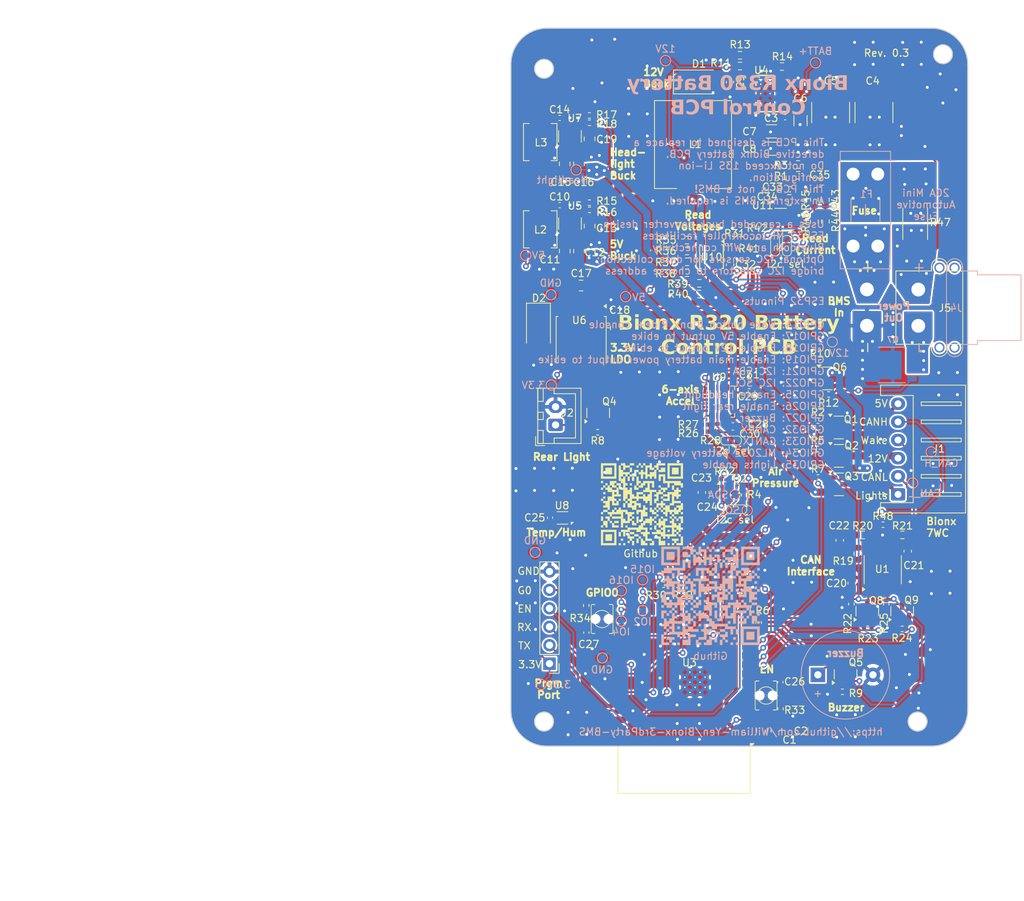
<source format=kicad_pcb>
(kicad_pcb (version 20240108) (generator "pcbnew") (generator_version "8.0")
  (title_block (date "2024-05-04") (rev "0.1") (comment 4 "AISLER Project ID: UHHHDROX"))
  (layers (0 "F.Cu" signal) (31 "B.Cu" signal) (34 "B.Paste" user) (35 "F.Paste" user) (36 "B.SilkS" user "B.Silkscreen") (37 "F.SilkS" user "F.Silkscreen") (38 "B.Mask" user) (39 "F.Mask" user) (44 "Edge.Cuts" user))
  (net 0 "")
  (net 1 "+BATT")
  (net 2 "-BATT")
  (net 3 "+12V")
  (net 4 "+5V")
  (net 5 "Net-(U4-BOOT)")
  (net 6 "/Ride+_Wakepin")
  (net 7 "+3.3V")
  (net 8 "Net-(U4-PWRGD)")
  (net 9 "Net-(U5-BST)")
  (net 10 "Net-(U5-SW)")
  (net 11 "Net-(U7-SW)")
  (net 12 "Net-(D1-K)")
  (net 13 "Net-(U7-BST)")
  (net 14 "+6V")
  (net 15 "Net-(J1-Pin_3)")
  (net 16 "Net-(J1-Pin_6)")
  (net 17 "Net-(J2-Pin_1)")
  (net 18 "OUT")
  (net 19 "Net-(Q1-G)")
  (net 20 "Net-(Q2-G)")
  (net 21 "Net-(Q3-G)")
  (net 22 "Net-(Q4-G)")
  (net 23 "/Bionx_5V_out_enable")
  (net 24 "/Bionx_12V_out_enable")
  (net 25 "/Bionx_headlight_enable")
  (net 26 "/Bionx_rearLight_enable")
  (net 27 "Net-(U3-IO27)")
  (net 28 "PowerSwitch_pin")
  (net 29 "Net-(U4-FB)")
  (net 30 "Net-(U4-RT_SYNC)")
  (net 31 "Net-(U5-FB)")
  (net 32 "Net-(U7-FB)")
  (net 33 "/TX0")
  (net 34 "/RX0")
  (net 35 "/EN")
  (net 36 "Net-(J1-Pin_1)")
  (net 44 "unconnected-(U3-IO16-Pad27)")
  (net 48 "unconnected-(U3-IO2-Pad24)")
  (net 49 "unconnected-(U3-IO15-Pad23)")
  (net 55 "Net-(C21-Pad1)")
  (net 56 "Net-(C22-Pad1)")
  (net 57 "Net-(Q8-D)")
  (net 58 "Net-(Q9-D)")
  (net 59 "Net-(U1-Rs)")
  (net 61 "Net-(BZ1-+)")
  (net 62 "Net-(Q5-G)")
  (net 63 "/GPIO0")
  (net 64 "CAN_H")
  (net 65 "CAN_L")
  (net 66 "CAN_TX")
  (net 67 "CAN_RX")
  (net 68 "i2c_SCL")
  (net 69 "i2c_SDA")
  (net 70 "Net-(U9-REGOUT)")
  (net 71 "Net-(U9-CPOUT)")
  (net 72 "Net-(U9-AUX_DA)")
  (net 73 "Net-(U9-AUX_CL)")
  (net 85 "Net-(J6-Pin_2)")
  (net 86 "Net-(J7-Pin_2)")
  (net 87 "Net-(U2-SDO)")
  (net 88 "Net-(U9-AD0)")
  (net 89 "Net-(Q6-B)")
  (net 90 "Net-(Q6-E)")
  (net 91 "Net-(Q7-Pad4)")
  (net 92 "Net-(J5-Pin_2)")
  (net 93 "Net-(U10-AIN0)")
  (net 94 "Net-(U10-ALERT{slash}RDY)")
  (net 95 "Net-(U2-CSB)")
  (net 96 "Net-(U10-AIN1)")
  (net 97 "Net-(U10-AIN2)")
  (net 98 "Net-(U10-AIN3)")
  (net 99 "unconnected-(U3-IO4-Pad26)")
  (net 100 "voltageRead_Shunt")
  (net 101 "Net-(J8-Pin_2)")
  (net 102 "Net-(J9-Pin_2)")
  (net 103 "Net-(U11-A0)")
  (net 104 "Net-(U11-A1)")
  (net 105 "Net-(U11-IN-)")
  (net 106 "Net-(U11-IN+)")
  (footprint "Inductor_SMD:L_Chilisin_BMRF00101040" (layer "F.Cu") (at 160.9598 56.252352 -90)
    (property "Reference" "L1")
    (property "Value" "22u")
  )
  (footprint "Resistor_SMD:R_0402_1005Metric" (layer "F.Cu") (at 165.3592 102.3582)
    (property "Reference" "R32")
    (property "Value" "10k")
  )
  (footprint "Resistor_SMD:R_0402_1005Metric" (layer "F.Cu") (at 164.319201 95.2892 90)
    (property "Reference" "R28")
    (property "Value" "10k")
  )
  (footprint "Capacitor_SMD:C_0805_2012Metric" (layer "F.Cu") (at 143.274456 58.918496 90)
    (property "Reference" "C15")
    (property "Value" "22u,25V")
  )
  (footprint "Resistor_SMD:R_0402_1005Metric" (layer "F.Cu") (at 165.7858 70.029799 90)
    (property "Reference" "R31")
    (property "Value" "10k")
  )
  (footprint "Capacitor_SMD:C_2220_5750Metric" (layer "F.Cu") (at 185.903157 51.842477 90)
    (property "Reference" "C4")
    (property "Value" "2.2u,250V")
  )
  (footprint "SolderPads:bridgePads_3_1mm" (layer "F.Cu") (at 173.9138 70.3446 -90)
    (property "Reference" "J9" (hide yes))
    (property "Value" "Conn_01x03")
  )
  (footprint "Capacitor_SMD:C_1206_3216Metric" (layer "F.Cu") (at 171.783156 54.432477 180)
    (property "Reference" "C7")
    (property "Value" "47u,25V")
  )
  (footprint "Package_TO_SOT_SMD:TO-252-2" (layer "F.Cu") (at 145.5395 83.263 -90)
    (property "Reference" "U6")
    (property "Value" "AZ1084-3.3")
  )
  (footprint "Package_TO_SOT_SMD:SOT-23" (layer "F.Cu") (at 179.478699 88.4936)
    (property "Reference" "Q6")
    (property "Value" "S8050")
  )
  (footprint "Resistor_SMD:R_0603_1608Metric" (layer "F.Cu") (at 183.6812 112.6612 90)
    (property "Reference" "R19")
    (property "Value" "4k7")
  )
  (footprint "Connector_JST:JST_XH_B2B-XH-A_1x02_P2.50mm_Vertical" (layer "F.Cu") (at 142.0114 94.9052 90)
    (property "Reference" "J2")
    (property "Value" "Conn_01x02")
  )
  (footprint "Package_LGA:Bosch_LGA-8_2x2.5mm_P0.65mm_ClockwisePinNumbering" (layer "F.Cu") (at 165.9838 104.1968)
    (property "Reference" "U2")
    (property "Value" "BMP280")
  )
  (footprint "Capacitor_SMD:C_0402_1005Metric" (layer "F.Cu") (at 142.572458 52.584196)
    (property "Reference" "C14")
    (property "Value" "0.1u,25V")
  )
  (footprint "Capacitor_SMD:C_0603_1608Metric" (layer "F.Cu") (at 168.713399 89.396399)
    (property "Reference" "C31")
    (property "Value" "220p")
  )
  (footprint "Package_TO_SOT_SMD:TSOT-23-6" (layer "F.Cu") (at 143.999401 67.1479 90)
    (property "Reference" "U5")
    (property "Value" "AP62300TWU")
  )
  (footprint "Resistor_SMD:R_0603_1608Metric" (layer "F.Cu") (at 177.684 63.851 -90)
    (property "Reference" "R45")
    (property "Value" "100k")
  )
  (footprint "Resistor_SMD:R_2512_6332Metric" (layer "F.Cu") (at 191.5922 67.1737 -90)
    (property "Reference" "R47")
    (property "Value" "3m")
  )
  (footprint "Resistor_SMD:R_0402_1005Metric" (layer "F.Cu") (at 158.802799 116.9416 180)
    (property "Reference" "R29")
    (property "Value" "10k")
  )
  (footprint "Resistor_SMD:R_0402_1005Metric" (layer "F.Cu") (at 169.275739 69.222822 90)
    (property "Reference" "R41")
    (property "Value" "10k")
  )
  (footprint "SolderPads:bridgePads_3_1mm" (layer "F.Cu") (at 167.1066 106.5208)
    (property "Reference" "J6" (hide yes))
    (property "Value" "Conn_01x03")
  )
  (footprint "Resistor_SMD:R_0603_1608Metric" (layer "F.Cu") (at 175.4378 59.0042)
    (property "Reference" "R3")
    (property "Value" "5.76k")
  )
  (footprint "Resistor_SMD:R_0603_1608Metric" (layer "F.Cu") (at 179.208 66.8736 -90)
    (property "Reference" "R44")
    (property "Value" "75k")
  )
  (footprint "Connector_PinHeader_2.54mm:PinHeader_1x06_P2.54mm_Vertical" (layer "F.Cu") (at 141.1732 127.8128 180)
    (property "Reference" "J3" (hide yes))
    (property "Value" "Conn_01x06")
  )
  (footprint "Capacitor_SMD:C_0603_1608Metric" (layer "F.Cu") (at 163.6828 104.2124 90)
    (property "Reference" "C24")
    (property "Value" "100n")
  )
  (footprint "Capacitor_SMD:C_1206_3216Metric" (layer "F.Cu") (at 175.77852 52.957233 90)
    (property "Reference" "C6")
    (property "Value" "0.1u,250V")
  )
  (footprint "Resistor_SMD:R_0603_1608Metric" (layer "F.Cu") (at 161.8234 76.8604 180)
    (property "Reference" "R40")
    (property "Value" "150k")
  )
  (footprint "Resistor_SMD:R_0402_1005Metric" (layer "F.Cu") (at 146.2368 119.803 -90)
    (property "Reference" "R34")
    (property "Value" "10k")
  )
  (footprint "Package_TO_SOT_SMD:SOT-23" (layer "F.Cu") (at 184.9868 120.588301 90)
    (property "Reference" "Q8")
    (property "Value" "BSS138")
  )
  (footprint "Logos:MyLogo_Cu" (layer "F.Cu") (at 148.4122 46.7614)
    (property "Reference" "G***" (hide yes))
    (property "Value" "LOGO" (hide yes))
  )
  (footprint "Capacitor_SMD:C_1206_3216Metric" (layer "F.Cu") (at 171.783156 56.822478 180)
    (property "Reference" "C8")
    (property "Value" "47u,25V")
  )
  (footprint "LMR16030SDDAR:DDA0008E_N" (layer "F.Cu") (at 170.938157 49.222475 180)
    (property "Reference" "U4")
    (property "Value" "LMR16030SDDAR")
  )
  (footprint "Capacitor_SMD:C_0603_1608Metric" (layer "F.Cu") (at 181.192 110.807 -90)
    (property "Reference" "C22")
    (property "Value" "C")
  )
  (footprint "Symbol:OSHW-Symbol_8.9x8mm_Copper" (layer "F.Cu") (at 191.9986 131.1148)
    (property "Reference" "REF**" (hide yes))
    (property "Value" "OSHW-Symbol_8.9x8mm_Copper" (hide yes))
  )
  (footprint "Capacitor_SMD:C_0805_2012Metric" (layer "F.Cu") (at 172.4668 136.988 -90)
    (property "Reference" "C2")
    (property "Value" "10uF")
  )
  (footprint "Package_SO:SOIC-8_3.9x4.9mm_P1.27mm" (layer "F.Cu") (at 187.1168 114.865801 90)
    (property "Reference" "U1")
    (property "Value" "MCP2551-I-SN")
  )
  (footprint "Connector_AMASS:AMASS_XT30PW-M_1x02_P2.50mm_Horizontal" (layer "F.Cu") (at 184.9374 81.2282 -90)
    (property "Reference" "J5")
    (property "Value" "Conn_01x02")
  )
  (footprint "Capacitor_SMD:C_0603_1608Metric" (layer "F.Cu") (at 178.446 61.5904 180)
    (property "Reference" "C35")
    (property "Value" "C")
  )
  (footprint "Resistor_SMD:R_0402_1005Metric" (layer "F.Cu") (at 189.786801 123.0258)
    (property "Reference" "R24")
    (property "Value" "10k")
  )
  (footprint "Capacitor_SMD:C_0402_1005Metric" (layer "F.Cu") (at 142.579402 64.607899)
    (property "Reference" "C10")
    (property "Value" "0.1u,25V")
  )
  (footprint "Diode_SMD:D_SMA" (layer "F.Cu") (at 161.7792 47.616348)
    (property "Reference" "D1")
    (property "Value" "SS510")
  )
  (footprint "Resistor_SMD:R_0402_1005Metric" (layer "F.Cu") (at 181.561 131.703699)
    (property "Reference" "R9")
    (property "Value" "330R")
  )
  (footprint "Capacitor_SMD:C_0805_2012Metric" (layer "F.Cu") (at 145.244456 58.918498 90)
    (property "Reference" "C16")
    (property "Value" "22u,25V")
  )
  (footprint "Sensor_Humidity:Sensirion_DFN-4_1.5x1.5mm_P0.8mm_SHT4x_NoCentralPad" (layer "F.Cu") (at 142.9624 107.7278 180)
    (property "Reference" "U8")
    (property "Value" "SHT4x")
  )
  (footprint "Resistor_SMD:R_0402_1005Metric" (layer "F.Cu") (at 178.492398 86.2736 180)
    (property "Reference" "R10")
    (property "Value" "R")
  )
  (footprint "Capacitor_SMD:C_0805_2012Metric" (layer "F.Cu") (at 146.692456 55.464196 -90)
    (property "Reference" "C19")
    (property "Value" "10u,25V")
  )
  (footprint "Resistor_SMD:R_0402_1005Metric" (layer "F.Cu") (at 147.819599 95.9158 180)
    (property "Reference" "R8")
    (property "Value" "330R")
  )
  (footprint "Capacitor_SMD:C_0603_1608Metric" (layer "F.Cu") (at 169.43 92.869598 -90)
    (property "Reference" "C28")
    (property "Value" "100n")
  )
  (footprint "Capacitor_SMD:C_0603_1608Metric" (layer "F.Cu") (at 166.452802 95.111398)
    (property "Reference" "C30")
    (property "Value" "100n")
  )
  (footprint "Resistor_SMD:R_0402_1005Metric" (layer "F.Cu") (at 178.1568 98.224)
    (property "Reference" "R5")
    (property "Value" "330R")
  )
  (footprint "Capacitor_SMD:C_0603_1608Metric" (layer "F.Cu") (at 182.8368 116.720801 90)
    (property "Reference" "C20")
    (property "Value" "C")
  )
  (footprint "Capacitor_SMD:C_0402_1005Metric" (layer "F.Cu") (at 173.0048 130.357799 90)
    (property "Reference" "C26")
    (property "Value" "10nF")
  )
  (footprint "Resistor_SMD:R_0402_1005Metric" (layer "F.Cu") (at 146.672455 53.244195)
    (property "Reference" "R17")
    (property "Value" "68k")
  )
  (footprint "Package_TO_SOT_SMD:SOT-23" (layer "F.Cu") (at 189.7943 120.5858 90)
    (property "Reference" "Q9")
    (property "Value" "BSS138")
  )
  (footprint "Resistor_SMD:R_0402_1005Metric" (layer "F.Cu") (at 179.6542 90.7034 180)
    (property "Reference" "R12")
    (property "Value" "R")
  )
  (footprint "Inductor_SMD:L_Chilisin_BMRx00040412" (layer "F.Cu") (at 139.8994 67.937899 -90)
    (property "Reference" "L2")
    (property "Value" "3.3u")
  )
  (footprint "Resistor_SMD:R_0402_1005Metric" (layer "F.Cu") (at 146.679401 64.2679 180)
    (property "Reference" "R16")
    (property "Value" "10k")
  )
  (footprint "Logos:bionxboardGithub_qrcode" (layer "F.Cu") (at 153.924 105.8418)
    (property "Reference" "G***" (hide yes))
    (property "Value" "LOGO" (hide yes))
  )
  (footprint "Connector_JST:JST_XH_S6B-XH-A_1x06_P2.50mm_Horizontal" (layer "F.Cu") (at 189.228897 104.483216 90)
    (property "Reference" "J1")
    (property "Value" "Conn_01x06")
  )
  (footprint "Resistor_SMD:R_0402_1005Metric" (layer "F.Cu") (at 170.0022 122.1232 90)
    (property "Reference" "R6")
    (property "Value" "10k")
  )
  (footprint "Resistor_SMD:R_0603_1608Metric" (layer "F.Cu") (at 167.4368 43.942)
    (property "Reference" "R13")
    (property "Value" "22k")
  )
  (footprint "Capacitor_SMD:C_0402_1005Metric" (layer "F.Cu") (at 146.2568 123.543 -90)
    (property "Reference" "C27")
    (property "Value" "10nF")
  )
  (footprint "Micro_buttons:G-Switch 3.9x3mm" (layer "F.Cu") (at 148.4168 121.663 90)
    (property "Reference" "SW2" (hide yes))
    (property "Value" "SW_Push")
  )
  (footprint "Capacitor_SMD:C_0402_1005Metric" (layer "F.Cu") (at 173.657201 52.476399 180)
    (property "Reference" "C3")
    (property "Value" "0.1u, 25V")
  )
  (footprint "Resistor_SMD:R_0402_1005Metric" (layer "F.Cu") (at 162.719002 95.8226)
    (property "Reference" "R26")
    (property "Value" "4k7")
  )
  (footprint "Capacitor_SMD:C_0402_1005Metric" (layer "F.Cu") (at 141.2494 107.696 -90)
    (property "Reference" "C25")
    (property "Value" "0.1uF")
  )
  (footprint "Resistor_SMD:R_0603_1608Metric" (layer "F.Cu") (at 177.684 66.8736 -90)
    (property "Reference" "R46")
    (property "Value" "75k")
  )
  (footprint "Resistor_SMD:R_0402_1005Metric" (layer "F.Cu") (at 146.685001 65.2526)
    (property "Reference" "R15")
    (property "Value" "56k2")
  )
  (footprint "Capacitor_SMD:C_0603_1608Metric" (layer "F.Cu") (at 167.956801 92.869598 -90)
    (property "Reference" "C29")
    (property "Value" "100n")
  )
  (footprint "Resistor_SMD:R_0402_1005Metric" (layer "F.Cu") (at 178.1968 102.1524)
    (property "Reference" "R7")
    (property "Value" "330R")
  )
  (footprint "Package_TO_SOT_SMD:TSOT-23-6" (layer "F.Cu") (at 143.992456 55.124196 90)
    (property "Reference" "U7")
    (property "Value" "AP62300TWU")
  )
  (footprint "Package_TO_SOT_SMD:SOT-23" (layer "F.Cu") (at 181.991 129.283701 90)
    (property "Reference" "Q5")
    (property "Value" "AO3401A")
  )
  (footprint "Resistor_SMD:R_0603_1608Metric" (layer "F.Cu") (at 160.122599 69.4182)
    (property "Reference" "R35")
    (property "Value" "100k")
  )
  (footprint "Capacitor_SMD:C_0402_1005Metric" (layer "F.Cu") (at 174.3058 62.4164)
    (property "Reference" "C33")
    (property "Value" "0.1uF")
  )
  (footprint "Resistor_SMD:R_0603_1608Metric" (layer "F.Cu") (at 160.1348 72.4154)
    (property "Reference" "R37")
    (property "Value" "100k")
  )
  (footprint "Resistor_SMD:R_0402_1005Metric" (layer "F.Cu") (at 146.672455 52.244196 180)
    (property "Reference" "R18")
    (property "Value" "10k")
  )
  (footprint "Resistor_SMD:R_0603_1608Metric" (layer "F.Cu") (at 160.1348 70.9168 180)
    (property "Reference" "R36")
    (property "Value" "33k")
  )
  (footprint "Capacitor_SMD:C_0805_2012Metric" (layer "F.Cu") (at 145.538501 75.685198)
    (property "Reference" "C17")
    (property "Value" "22u,25V")
  )
  (footprint "Capacitor_SMD:C_0603_1608Metric" (layer "F.Cu") (at 190.5646 112.3056 -90)
    (property "Reference" "C21")
    (property "Value" "C")
  )
  (footprint "Capacitor_SMD:C_0805_2012Metric" (layer "F.Cu") (at 170.4668 136.988 -90)
    (property "Reference" "C1")
    (property "Value" "100nF")
  )
  (footprint "Diode_SMD:D_SMA" (layer "F.Cu") (at 139.645699 81.628798 -90)
    (property "Reference" "D2")
    (property "Value" "SS510")
  )
  (footprint "Capacitor_SMD:C_0805_2012Metric" (layer "F.Cu") (at 174.2398 63.8896)
    (property "Reference" "C34")
    (property "Value" "10uF")
  )
  (footprint "Capacitor_SMD:C_0603_1608Metric" (layer "F.Cu") (at 166.0652 47.6504 -90)
    (property "Reference" "C9")
    (property "Value" "1n, 250V")
  )
  (footprint "Resistor_SMD:R_0603_1608Metric" (layer "F.Cu") (at 179.208 63.851 -90)
    (property "Reference" "R43")
    (property "Value" "100k")
  )
  (footprint "Micro_buttons:G-Switch 3.9x3mm" (layer "F.Cu") (at 171.0436 132.207 -90)
    (property "Reference" "SW1" (hide yes))
    (property "Value" "SW_Push")
  )
  (footprint "Resistor_SMD:R_0402_1005Metric" (layer "F.Cu") (at 156.897801 116.9328)
    (property "Reference" "R30")
    (property "Value" "10k")
  )
  (footprint "Resistor_SMD:R_0402_1005Metric" (layer "F.Cu") (at 170.266339 69.197422 90)
    (property "Reference" "R42")
    (property "Value" "10k")
  )
  (footprint "Package_TO_SOT_SMD:SOT-23" (layer "F.Cu") (at 181.0693 99.174)
    (property "Reference" "Q2")
    (property "Value" "AO3401A")
  )
  (footprint "Resistor_SMD:R_0402_1005Metric" (layer "F.Cu") (at 162.719 94.857399)
    (property "Reference" "R27")
    (property "Value" "4k7")
  )
  (footprint "Resistor_SMD:R_0603_1608Metric" (layer "F.Cu") (at 189.828 110.070401)
    (property "Reference" "R21")
    (property "Value" "100R")
  )
  (footprint "Resistor_SMD:R_0402_1005Metric" (layer "F.Cu") (at 173.0248 134.037799 90)
    (property "Reference" "R33")
    (property "Value" "10k")
  )
  (footprint "Package_SO:TSSOP-10_3x3mm_P0.5mm" (layer "F.Cu") (at 163.513 71.7042 -90)
    (property "Reference" "U10")
    (property "Value" "ADS1115IDGS")
  )
  (footprint "Package_TO_SOT_SMD:SOT-23" (layer "F.Cu") (at 147.885599 93.2511 90)
    (property "Reference" "Q4")
    (property "Value" "AO3401A")
  )
  (footprint "Resistor_SMD:R_0402_1005Metric" (layer "F.Cu") (at 185.046799 123.015801)
    (property "Reference" "R23")
    (property "Value" "10k")
  )
  (footprint "SolderPads:bridgePads_3_1mm" (layer "F.Cu") (at 166.3632 97.041798)
    (property "Reference" "J7")
    (property "Value" "Conn_01x03")
  )
  (footprint "Resistor_SMD:R_0603_1608Metric" (layer "F.Cu") (at 160.1348 73.914001 180)
    (property "Reference" "R38")
    (property "Value" "100k")
  )
  (footprint "Capacitor_SMD:C_0805_2012Metric" (layer "F.Cu") (at 145.251402 70.942203 90)
    (property "Reference" "C12")
    (property "Value" "22u,25V")
  )
  (footprint "Resistor_SMD:R_0603_1608Metric" (layer "F.Cu") (at 167.4368 45.424603 180)
    (property "Reference" "R11")
    (property "Value" "330k")
  )
  (footprint "SolderPads:bridgePads_3_1mm" (layer "F.Cu") (at 172.2882 70.3446 -90)
    (property "Reference" "J8" (hide yes))
    (property "Value" "Conn_01x03")
  )
  (footprint "Resistor_SMD:R_0603_1608Metric" (layer "F.Cu") (at 161.8234 75.3872)
    (property "Reference" "R39")
    (property "Value" "100k")
  )
  (footprint "Package_TO_SOT_SMD:SOT-23" (layer "F.Cu") (at 181.0693 103.0974)
    (property "Reference" "Q3")
    (property "Value" "AO3401A")
  )
  (footprint "Resistor_SMD:R_0603_1608Metric" (layer "F.Cu") (at 175.4378 60.4774 180)
    (property "Reference" "R1")
    (property "Value" "100k")
  )
  (footprint "Resistor_SMD:R_0603_1608Metric" (layer "F.Cu") (at 184.3792 110.0704 180)
    (property "Reference" "R20")
    (property "Value" "100R")
  )
  (footprint "Resistor_SMD:R_0402_1005Metric" (layer "F.Cu") (at 178.181 94.3102)
    (property "Reference" "R2")
    (property "Value" "330R")
  )
  (footprint "Capacitor_SMD:C_0805_2012Metric" (layer "F.Cu") (at 150.3137 81.527197 90)
    (property "Reference" "C18")
    (property "Value" "22u,25V")
  )
  (footprint "Resistor_SMD:R_0603_1608Metric" (layer "F.Cu") (at 173.228 45.493015 180)
    (property "Reference" "R14")
    (property "Value" "51k")
  )
  (footprint "Capacitor_SMD:C_2220_5750Metric" (layer "F.Cu") (at 179.933155 51.842477 90)
    (property "Reference" "C5")
    (property "Value" "2.2u,250V")
  )
  (footprint "Resistor_SMD:R_0402_1005Metric" (layer "F.Cu") (at 182.796798 119.605801 -90)
    (property "Reference" "R22")
    (property "Value" "10k")
  )
  (footprint "Sensor_Motion:InvenSense_QFN-24_4x4mm_P0.5mm" (layer "F.Cu") (at 164.553198 91.688199)
    (property "Reference" "U9")
    (property "Value" "MPU-6050")
  )
  (footprint "Capacitor_SMD:C_0603_1608Metric" (layer "F.Cu") (at 162.1842 104.2124 90)
    (property "Reference" "C23")
    (property "Value" "100n")
  )
  (footprint "Resistor_SMD:R_0402_1005Metric" (layer "F.Cu") (at 187.1472 108.6612)
    (property "Reference" "R48")
    (property "Value" "120R")
  )
  (footprint "RF_Module:ESP32-WROOM-32D" (layer "F.Cu") (at 159.728 129.845199 180)
    (property "Reference" "U3")
    (property "Value" "ESP32-WROOM-32D")
  )
  (footprint "Capacitor_SMD:C_0805_2012Metric" (layer "F.Cu") (at 146.699401 67.487899 -90)
    (property "Reference" "C13")
    (property "Value" "10u,25V")
  )
  (footprint "Resistor_SMD:R_0402_1005Metric" (layer "F.Cu") (at 187.5968 119.595799 -90)
    (property "Reference" "R25")
    (property "Value" "10k")
  )
  (footprint "Inductor_SMD:L_Chilisin_BMRx00040412" (layer "F.Cu") (at 139.892455 55.914196 -90)
    (property "Reference" "L3")
    (property "Value" "3.3u")
  )
  (footprint "Capacitor_SMD:C_0603_1608Metric" (layer "F.Cu") (at 166.0652 72.8348 90)
    (property "Reference" "C32")
    (property "Value" "100n")
  )
  (footprint "Resistor_SMD:R_0402_1005Metric" (layer "F.Cu") (at 168.0262 104.568 90)
    (property "Reference" "R4")
    (property "Value" "10k")
  )
  (footprint "Package_TO_SOT_SMD:SOT-23" (layer "F.Cu") (at 181.0535 95.2552)
    (property "Reference" "Q1")
    (property "Value" "AO3401A")
  )
  (footprint "Capacitor_SMD:C_0805_2012Metric" (layer "F.Cu") (at 143.281401 70.942202 90)
    (property "Reference" "C11")
    (property "Value" "22u,25V")
  )
  (footprint "Package_TO_SOT_SMD:SOT-23-8" (layer "F.Cu") (at 173.0303 66.6086 180)
    (property "Reference" "U11")
    (property "Value" "INA219AxD")
  )
  (footprint "TestPoint:TestPoint_Pad_D1.0mm" (layer "B.Cu") (at 154.0256 120.4976 180)
    (property "Reference" "IO2")
    (property "Value" "TestPoint_Pad_D1.0mm")
  )
  (footprint "TestPoint:TestPoint_Pad_D1.0mm" (layer "B.Cu") (at 157.1752 44.6786 180)
    (property "Reference" "12V")
    (property "Value" "TestPoint_Pad_D1.0mm")
  )
  (footprint "Fuse:Fuseholder_Blade_Mini_Keystone_3568" (layer "B.Cu") (at 183.0324 60.325 -90)
    (property "Reference" "F1")
    (property "Value" "Fuse")
  )
  (footprint "Logos:bionxboardGithub_qrcode" (layer "B.Cu") (at 163.3728 118.4656 180)
    (property "Reference" "G***" (hide yes))
    (property "Value" "LOGO" (hide yes))
  )
  (footprint "TestPoint:TestPoint_Pad_D1.0mm" (layer "B.Cu") (at 148.463 127.0254 180)
    (property "Reference" "GND")
    (property "Value" "TestPoint_Pad_D1.0mm")
  )
  (footprint "TestPoint:TestPoint_Pad_D1.0mm" (layer "B.Cu") (at 193.802 98.6282 180)
    (property "Reference" "CAN_H")
    (property "Value" "TestPoint_Pad_D1.0mm")
  )
  (footprint "MOSFETs_SMD:AGMH056N08A" (layer "B.Cu") (at 188.493401 86.639399 180)
    (property "Reference" "Q7")
    (property "Value" "AGMH056N08A")
  )
  (footprint "TestPoint:TestPoint_Pad_D1.0mm" (layer "B.Cu") (at 180.1622 83.4644 180)
    (property "Reference" "12V")
    (property "Value" "TestPoint_Pad_D1.0mm")
  )
  (footprint "TestPoint:TestPoint_Pad_D1.0mm" (layer "B.Cu") (at 151.0792 117.7544 180)
    (property "Reference" "IO16")
    (property "Value" "TestPoint_Pad_D1.0mm")
  )
  (footprint "TestPoint:TestPoint_Pad_D1.0mm" (layer "B.Cu") (at 151.0792 121.9454 180)
    (property "Reference" "IO4")
    (property "Value" "TestPoint_Pad_D1.0mm")
  )
  (footprint "TestPoint:TestPoint_Pad_D1.0mm" (layer "B.Cu") (at 141.3764 76.962 180)
    (property "Reference" "GND")
    (property "Value" "TestPoint_Pad_D1.0mm")
  )
  (footprint "TestPoint:TestPoint_Pad_D1.0mm" (layer "B.Cu") (at 144.8562 59.7408 180)
    (property "Reference" "Headlight")
    (property "Value" "TestPoint_Pad_D1.0mm")
  )
  (footprint "TestPoint:TestPoint_Pad_D1.0mm" (layer "B.Cu") (at 191.2366 102.9208 180)
    (property "Reference" "CAN_L")
    (property "Value" "TestPoint_Pad_D1.0mm")
  )
  (footprint "TestPoint:TestPoint_Pad_D1.0mm" (layer "B.Cu") (at 151.6634 77.216 180)
    (property "Reference" "5V")
    (property "Value" "TestPoint_Pad_D1.0mm")
  )
  (footprint "TestPoint:TestPoint_Pad_D1.0mm" (layer "B.Cu") (at 137.8966 71.5264 180)
    (property "Reference" "5V")
    (property "Value" "TestPoint_Pad_D1.0mm")
  )
  (footprint "Connector_AMASS:AMASS_XT30PW-F_1x02_P2.50mm_Horizontal" (layer "B.Cu") (at 192.0162 81.242199 90)
    (property "Reference" "J4")
    (property "Value" "Conn_01x02")
  )
  (footprint "TestPoint:TestPoint_Pad_D1.0mm" (layer "B.Cu") (at 154.0002 116.2558 180)
    (property "Reference" "IO15")
    (property "Value" "TestPoint_Pad_D1.0mm")
  )
  (footprint "Buzzer_Beeper:Buzzer_12x9.5RM7.6" (layer "B.Cu") (at 178.1708 129.357601)
    (property "Reference" "BZ1" (hide yes))
    (property "Value" "Buzzer")
  )
  (footprint "TestPoint:TestPoint_Pad_D1.0mm" (layer "B.Cu") (at 166.7764 104.5464 180)
    (property "Reference" "SDA")
    (property "Value" "TestPoint_Pad_D1.0mm")
  )
  (footprint "TestPoint:TestPoint_Pad_D1.0mm" (layer "B.Cu") (at 141.4272 89.408 180)
    (property "Reference" "3.3V")
    (property "Value" "TestPoint_Pad_D1.0mm")
  )
  (footprint "TestPoint:TestPoint_Pad_D1.0mm" (layer "B.Cu") (at 139.192 112.4712 180)
    (property "Reference" "GND")
    (property "Value" "TestPoint_Pad_D1.0mm")
  )
  (footprint "TestPoint:TestPoint_Pad_D1.0mm" (layer "B.Cu") (at 168.4274 106.68 180)
    (property "Reference" "SCL")
    (property "Value" "TestPoint_Pad_D1.0mm")
  )
  (footprint "TestPoint:TestPoint_Pad_D1.0mm" (layer "B.Cu") (at 177.8508 44.9834 180)
    (property "Reference" "BATT+")
    (property "Value" "TestPoint_Pad_D1.0mm")
  )
  (footprint "TestPoint:TestPoint_Pad_D1.0mm" (layer "B.Cu") (at 140.0048 130.683 180)
    (property "Reference" "3.3V")
    (property "Value" "TestPoint_Pad_D1.0mm")
  )
  (gr_arc (start 193.84 40.2) (mid 197.375534 41.664466) (end 198.84 45.2) (stroke (width 0.15)) (layer "Edge.Cuts"))
  (gr_arc (start 198.84 134.2) (mid 197.375534 137.735534) (end 193.84 139.2) (stroke (width 0.15)) (layer "Edge.Cuts"))
  (gr_circle (center 140.421999 45.801008) (end 141.721999 45.801008) (stroke (width 0.15)) (fill none) (layer "Edge.Cuts"))
  (gr_arc (start 140.84 139.2) (mid 137.304466 137.735534) (end 135.84 134.2) (stroke (width 0.15)) (layer "Edge.Cuts"))
  (gr_line (start 135.84 134.2) (end 135.84 45.2) (stroke (width 0.15)) (layer "Edge.Cuts"))
  (gr_line (start 198.84 45.2) (end 198.84 134.2) (stroke (width 0.15)) (layer "Edge.Cuts"))
  (gr_arc (start 135.84 45.2) (mid 137.304466 41.664466) (end 140.84 40.2) (stroke (width 0.15)) (layer "Edge.Cuts"))
  (gr_circle (center 191.921999 135.801008) (end 193.221999 135.801008) (stroke (width 0.15)) (fill none) (layer "Edge.Cuts"))
  (gr_circle (center 195.419993 43.801931) (end 196.719994 43.80193) (stroke (width 0.15)) (fill none) (layer "Edge.Cuts"))
  (gr_line (start 193.84 139.2) (end 140.84 139.2) (stroke (width 0.15)) (layer "Edge.Cuts"))
  (gr_line (start 140.84 40.2) (end 193.84 40.2) (stroke (width 0.15)) (layer "Edge.Cuts"))
  (gr_circle (center 140.421999 135.801008) (end 141.721999 135.801008) (stroke (width 0.15)) (fill none) (layer "Edge.Cuts"))
  (gr_text "Github" (at 163.3728 127.3556 0) (layer "B.SilkS") (effects (font (size 1 1)) (justify bottom mirror)))
  (gr_text "Power\nOut" (at 188.6458 80.6958 0) (layer "B.SilkS") (effects (font (size 1 1) (thickness 0.25) (bold yes)) (justify bottom mirror)))
  (gr_text "https://github.com/William-Yen/Bionx-3rdParty-BMS" (at 187.2234 137.795 -0) (layer "B.SilkS") (effects (font (size 1 1)) (justify left bottom mirror)))
  (gr_text "ESP32 Pinouts\n\nGPIO14: Wake button Bionx Ride+ console\nGPIO17: Enable 5V output to ebike\nGPIO18: Enable 12V output to ebike\nGPIO19: Enable main battery power output to ebike\nGPIO21: I2C SDA\nGPIO22: I2C SCL\nGPIO25: Enable headlight\nGPIO26: Enable rear light\nGPIO27: Buzzer\nGPIO32: CANRX\nGPIO33: CANTX\nGPIO34: ML2032 battery voltage\nGPIO35: Lights enable\n" (at 179.197 100.965 0) (layer "B.SilkS") (effects (font (size 1 1)) (justify left bottom mirror)))
  (gr_text "20A Mini\nAutomotive\nFuse" (at 193.0654 66.7258 0) (layer "B.SilkS") (effects (font (size 1 1)) (justify bottom mirror)))
  (gr_text "This PCB is designed to replace a\ndefective Bionx Battery PCB. \nDo not exceed 13S Li-ion \nconfiguration.\nThis PCB is not a BMS!\nAn external BMS is required.\n\nUses a cascaded buck converter design.\nESP32 Microcontroller facilitates\nBluetooth and Wifi connectivity.\nOptional I2C sensors for data collection;\nbridge I2C selectors to choose address" (at 179.1716 74.2442 0) (layer "B.SilkS") (effects (font (size 1 1)) (justify left bottom mirror)))
  (gr_text "Bionx R320 Battery\nControl PCB" (at 167.132 52.4256 -0) (layer "B.SilkS") (effects (font (size 2 2) (thickness 0.2) (bold yes)) (justify bottom mirror)))
  (gr_text "Buzzer" (at 181.991 126.9492 -0) (layer "B.SilkS") (effects (font (size 1 1) (thickness 0.25) (bold yes)) (justify bottom mirror)))
  (gr_text "GND" (at 136.6774 115.6462 0) (layer "F.SilkS") (effects (font (size 1 1)) (justify left bottom)))
  (gr_text "Air\nPressure" (at 172.339 103.505 0) (layer "F.SilkS") (effects (font (size 1 1) (thickness 0.25) (bold yes)) (justify bottom)))
  (gr_text "BMS\nIn" (at 181.102 80.01 0) (layer "F.SilkS") (effects (font (size 1 1) (thickness 0.25) (bold yes)) (justify bottom)))
  (gr_text "RX" (at 136.6266 123.3932 0) (layer "F.SilkS") (effects (font (size 1 1)) (justify left bottom)))
  (gr_text "EN" (at 171.1452 129.1844 0) (layer "F.SilkS") (effects (font (size 1 1) (thickness 0.25) (bold yes)) (justify bottom)))
  (gr_text "Temp/Hum" (at 142.113 110.3122 0) (layer "F.SilkS") (effects (font (size 1 1) (thickness 0.25) (bold yes)) (justify bottom)))
  (gr_text "3.3V" (at 136.7536 128.524 0) (layer "F.SilkS") (effects (font (size 1 1)) (justify left bottom)))
  (gr_text "Fuse" (at 182.7022 65.9384 0) (layer "F.SilkS") (effects (font (size 1 1) (thickness 0.25) (bold yes)) (justify left bottom)))
  (gr_text "Read\nVoltages" (at 161.6456 68.1228 0) (layer "F.SilkS") (effects (font (size 1 1) (thickness 0.25) (bold yes)) (justify bottom)))
  (gr_text "CANH" (at 187.9092 95.0722 0) (layer "F.SilkS") (effects (font (size 1 1)) (justify right bottom)))
  (gr_text "CANL" (at 187.9092 102.6922 0) (layer "F.SilkS") (effects (font (size 1 1)) (justify right bottom)))
  (gr_text "Bionx \n7WC" (at 193.0146 110.3884 0) (layer "F.SilkS") (effects (font (size 1 1) (thickness 0.2) (bold yes)) (justify left bottom)))
  (gr_text "Bionx R320 Battery\nControl PCB" (at 165.8874 85.471 0) (layer "F.SilkS") (effects (font (size 2 2) (thickness 0.2) (bold yes)) (justify bottom)))
  (gr_text "EN" (at 136.677398 120.8532 0) (layer "F.SilkS") (effects (font (size 1 1)) (justify left bottom)))
  (gr_text "Read\nCurrent" (at 177.8254 71.374 0) (layer "F.SilkS") (effects (font (size 1 1) (thickness 0.25) (bold yes)) (justify bottom)))
  (gr_text "Wake" (at 187.909201 97.612201 0) (layer "F.SilkS") (effects (font (size 1 1)) (justify right bottom)))
  (gr_text "i2c sel" (at 166.2684 99.06 0) (layer "F.SilkS") (effects (font (size 1 1)) (justify bottom)))
  (gr_text "12V" (at 187.9092 100.152199 0) (layer "F.SilkS") (effects (font (size 1 1)) (justify right bottom)))
  (gr_text "Rear Light" (at 138.7602 99.8982 0) (layer "F.SilkS") (effects (font (size 1 1) (thickness 0.25) (bold yes)) (justify left bottom)))
  (gr_text "Rev. 0.3" (at 184.4294 44.2214 0) (layer "F.SilkS") (effects (font (size 1 1)) (justify left bottom)))
  (gr_text "Prgm\nPort" (at 141.0462 132.715 0) (layer "F.SilkS") (effects (font (size 1 1) (thickness 0.25) (bold yes)) (justify bottom)))
  (gr_text "5V\nBuck" (at 149.352 72.1868 0) (layer "F.SilkS") (effects (font (size 1 1) (thickness 0.25) (bold yes)) (justify left bottom)))
  (gr_text "GPIO0" (at 148.4376 118.618 0) (layer "F.SilkS") (effects (font (size 1 1) (thickness 0.25) (bold yes)) (justify bottom)))
  (gr_text "Lights" (at 187.9092 105.2322 0) (layer "F.SilkS") (effects (font (size 1 1)) (justify right bottom)))
  (gr_text "5V" (at 187.9092 92.5322 0) (layer "F.SilkS") (effects (font (size 1 1)) (justify right bottom)))
  (gr_text "Buzzer" (at 182.0672 134.4422 0) (layer "F.SilkS") (effects (font (size 1 1) (thickness 0.25) (bold yes)) (justify bottom)))
  (gr_text "Head-\nlight\nBuck" (at 149.352 61.1124 0) (layer "F.SilkS") (effects (font (size 1 1) (thickness 0.25) (bold yes)) (justify left bottom)))
  (gr_text "i2c sel" (at 166.7764 108.5596 0) (layer "F.SilkS") (effects (font (size 1 1)) (justify bottom)))
  (gr_text "Github" (at 153.7462 113.2332 0) (layer "F.SilkS") (effects (font (size 1 1)) (justify bottom)))
  (gr_text "G0" (at 136.6774 118.3132 0) (layer "F.SilkS") (effects (font (size 1 1)) (justify left bottom)))
  (gr_text "CAN\nInterface" (at 177.2158 115.697 0) (layer "F.SilkS") (effects (font (size 1 1) (thickness 0.25) (bold yes)) (justify bottom)))
  (gr_text "6-axis\nAccel" (at 159.2326 92.202 0) (layer "F.SilkS") (effects (font (size 1 1) (thickness 0.25) (bold yes)) (justify bottom)))
  (gr_text "TX" (at 136.7536 125.9332 0) (layer "F.SilkS") (effects (font (size 1 1)) (justify left bottom)))
  (gr_text "i2c sel" (at 173.7106 73.3044 0) (layer "F.SilkS") (effects (font (size 1 1)) (justify bottom)))
  (gr_text "3.3V\nLDO" (at 149.4028 86.4616 0) (layer "F.SilkS") (effects (font (size 1 1) (thickness 0.25) (bold yes)) (justify left bottom)))
  (gr_text "12V\nBuck" (at 153.9748 48.4632 0) (layer "F.SilkS") (effects (font (size 1 1) (thickness 0.25) (bold yes)) (justify left bottom)))
  (segment (start 177.684 61.5527) (end 177.684 62.9753) (width 0.25) (layer "F.Cu") (net 1))
  (segment (start 180.2448 57.6516) (end 177.671 60.2254) (width 0.25) (layer "F.Cu") (net 1))
  (segment (start 196.0372 58.293) (end 195.3958 57.6516) (width 0.25) (layer "F.Cu") (net 1))
  (segment (start 177.671 60.2254) (end 177.671 61.5904) (width 0.25) (layer "F.Cu") (net 1))
  (segment (start 189.525877 49.292477) (end 179.933155 49.292477) (width 2.5) (layer "F.Cu") (net 1))
  (segment (start 193.8528 69.7484) (end 196.0372 67.564) (width 2.5) (layer "F.Cu") (net 1))
  (segment (start 195.3958 57.6516) (end 180.2448 57.6516) (width 0.25) (layer "F.Cu") (net 1))
  (segment (start 177.0964 61.5904) (end 176.2374 60.7314) (width 0.25) (layer "F.Cu") (net 1))
  (segment (start 196.0372 67.564) (end 196.0372 55.8038) (width 2.5) (layer "F.Cu") (net 1))
  (segment (start 177.671 61.5904) (end 177.0964 61.5904) (width 0.25) (layer "F.Cu") (net 1))
  (segment (start 196.0372 55.8038) (end 189.525877 49.292477) (width 2.5) (layer "F.Cu") (net 1))
  (via (at 175.0822 48.9458) (size 0.8) (drill 0.4) (layers "F.Cu" "B.Cu") (net 1))
  (via (at 189.6618 74.168) (size 0.8) (drill 0.4) (layers "F.Cu" "B.Cu") (net 1))
  (via (at 193.1416 74.0156) (size 0.8) (drill 0.4) (layers "F.Cu" "B.Cu") (net 1))
  (via (at 176.6062 48.9458) (size 0.8) (drill 0.4) (layers "F.Cu" "B.Cu") (net 1))
  (via (at 175.8696 50.1142) (size 0.8) (drill 0.4) (layers "F.Cu" "B.Cu") (net 1))
  (via (at 190.4238 72.3138) (size 0.8) (drill 0.4) (layers "F.Cu" "B.Cu") (net 1))
  (via (at 192.4558 72.2884) (size 0.8) (drill 0.4) (layers "F.Cu" "B.Cu") (net 1))
  (via (at 189.1284 67.9704) (size 0.8) (drill 0.4) (layers "F.Cu" "B.Cu") (net 1))
  (via (at 192.4558 68.072) (size 0.8) (drill 0.4) (layers "F.Cu" "B.Cu") (net 1))
  (via (at 191.0588 68.0974) (size 0.8) (drill 0.4) (layers "F.Cu" "B.Cu") (net 1))
  (via (at 189.1284 70.231) (size 0.8) (drill 0.4) (layers "F.Cu" "B.Cu") (net 1))
  (segment (start 177.8508 44.9834) (end 176.6062 46.228) (width 0.25) (layer "B.Cu") (net 1))
  (segment (start 176.6062 46.228) (end 176.6062 48.9458) (width 0.25) (layer "B.Cu") (net 1))
  (segment (start 175.294462 66.2836) (end 175.559991 66.018071) (width 0.25) (layer "F.Cu") (net 2))
  (segment (start 167.535672 49.857472) (end 168.213159 49.857472) (width 1) (layer "F.Cu") (net 2))
  (segment (start 163.513 69.554199) (end 163.513 68.486506) (width 0.25) (layer "F.Cu") (net 2))
  (segment (start 165.6484 104.5614) (end 165.6484 104.9714) (width 0.25) (layer "F.Cu") (net 2))
  (segment (start 163.779201 47.616348) (end 164.588253 48.4254) (width 1.5) (layer "F.Cu") (net 2))
  (segment (start 183.427 111.582) (end 181.192 111.582) (width 0.25) (layer "F.Cu") (net 2))
  (segment (start 168.460798 90.424) (end 169.488399 89.396399) (width 0.25) (layer "F.Cu") (net 2))
  (segment (start 170.707783 49.857477) (end 170.752661 49.902352) (width 1) (layer "F.Cu") (net 2))
  (segment (start 165.0088 103.9218) (end 165.6484 104.5614) (width 0.25) (layer "F.Cu") (net 2))
  (segment (start 168.213159 49.857472) (end 170.707783 49.857477) (width 1) (layer "F.Cu") (net 2))
  (segment (start 163.902106 68.0974) (end 164.2364 68.0974) (width 0.25) (layer "F.Cu") (net 2))
  (segment (start 183.6812 111.8362) (end 183.427 111.582) (width 0.25) (layer "F.Cu") (net 2))
  (segment (start 164.5158 68.3768) (end 164.5158 69.2936) (width 0.25) (layer "F.Cu") (net 2))
  (segment (start 166.145148 48.466948) (end 167.535672 49.857472) (width 1) (layer "F.Cu") (net 2))
  (segment (start 166.4895 90.424) (end 168.460798 90.424) (width 0.25) (layer "F.Cu") (net 2))
  (segment (start 165.0088 103.3968) (end 165.0088 103.9218) (width 0.25) (layer "F.Cu") (net 2))
  (segment (start 164.2364 68.0974) (end 164.5158 68.3768) (width 0.25) (layer "F.Cu") (net 2))
  (segment (start 174.1678 66.2836) (end 175.294462 66.2836) (width 0.25) (layer "F.Cu") (net 2))
  (segment (start 164.588253 48.4254) (end 166.0652 48.4254) (width 1.5) (layer "F.Cu") (net 2))
  (segment (start 163.513 68.486506) (end 163.902106 68.0974) (width 0.25) (layer "F.Cu") (net 2))
  (via (at 142.14866 56.639252) (size 0.8) (drill 0.4) (layers "F.Cu" "B.Cu") (net 2))
  (via (at 162.8902 122.5804) (size 0.8) (drill 0.4) (layers "F.Cu" "B.Cu") (net 2))
  (via (at 185.699402 83.3882) (size 0.8) (drill 0.4) (layers "F.Cu" "B.Cu") (net 2))
  (via (at 193.8274 118.1608) (size 0.8) (drill 0.4) (layers "F.Cu" "B.Cu") (net 2))
  (via (at 168.3766 108.204) (size 0.8) (drill 0.4) (layers "F.Cu" "B.Cu") (net 2))
  (via (at 169.4942 90.8304) (size 0.8) (drill 0.4) (layers "F.Cu" "B.Cu") (net 2))
  (via (at 177.2666 123.9774) (size 0.8) (drill 0.4) (layers "F.Cu" "B.Cu") (net 2))
  (via (at 183.2356 45.2374) (size 0.8) (drill 0.4) (layers "F.Cu" "B.Cu") (net 2))
  (via (at 146.165913 112.870689) (size 0.8) (drill 0.4) (layers "F.Cu" "B.Cu") (net 2))
  (via (at 143.227 61.3215) (size 0.8) (drill 0.4) (layers "F.Cu" "B.Cu") (net 2))
  (via (at 173.1264 84.9376) (size 0.8) (drill 0.4) (layers "F.Cu" "B.Cu") (net 2))
  (via (at 144.3228 103.9114) (size 0.8) (drill 0.4) (layers "F.Cu" "B.Cu") (net 2))
  (via (at 183.2356 42.164) (size 0.8) (drill 0.4) (layers "F.Cu" "B.Cu") (net 2))
  (via (at 161.4424 81.0514) (size 0.8) (drill 0.4) (layers "F.Cu" "B.Cu") (net 2))
  (via (at 177.7746 75.2348) (size 0.8) (drill 0.4) (layers "F.Cu" "B.Cu") (net 2))
  (via (at 164.7952 44.6024) (size 0.8) (drill 0.4) (layers "F.Cu" "B.Cu") (net 2))
  (via (at 197.4088 87.6808) (size 0.8) (drill 0.4) (layers "F.Cu" "B.Cu") (net 2))
  (via (at 192.9384 56.515) (size 0.8) (drill 0.4) (layers "F.Cu" "B.Cu") (net 2))
  (via (at 179.2732 52.476399) (size 0.8) (drill 0.4) (layers "F.Cu" "B.Cu") (net 2))
  (via (at 194.056 103.3018) (size 0.8) (drill 0.4) (layers "F.Cu" "B.Cu") (net 2))
  (via (at 143.985655 52.568497) (size 0.8) (drill 0.4) (layers "F.Cu" "B.Cu") (net 2))
  (via (at 153.5684 87.6046) (size 0.8) (drill 0.4) (layers "F.Cu" "B.Cu") (net 2))
  (via (at 154.2288 126.5428) (size 0.8) (drill 0.4) (layers "F.Cu" "B.Cu") (net 2))
  (via (at 148.8186 129.8956) (size 0.8) (drill 0.4) (layers "F.Cu" "B.Cu") (net 2))
  (via (at 141.7574 103.9622) (size 0.8) (drill 0.4) (layers "F.Cu" "B.Cu") (net 2))
  (via (at 153.162 67.8434) (size 0.8) (drill 0.4) (layers "F.Cu" "B.Cu") (net 2))
  (via (at 192.4304 45.1866) (size 0.8) (drill 0.4) (layers "F.Cu" "B.Cu") (net 2))
  (via (at 147.0152 41.8338) (size 0.8) (drill 0.4) (layers "F.Cu" "B.Cu") (net 2))
  (via (at 194.8434 90.7796) (size 0.8) (drill 0.4) (layers "F.Cu" "B.Cu") (net 2))
  (via (at 154.6606 55.0672) (size 0.8) (drill 0.4) (layers "F.Cu" "B.Cu") (net 2))
  (via (at 180.5432 52.476401) (size 0.8) (drill 0.4) (layers "F.Cu" "B.Cu") (net 2))
  (via (at 157.7594 77.089) (size 0.8) (drill 0.4) (layers "F.Cu" "B.Cu") (net 2))
  (via (at 149.656801 77.647799) (size 0.8) (drill 0.4) (layers "F.Cu" "B.Cu") (net 2))
  (via (at 141.753798 73.428652) (size 0.8) (drill 0.4) (layers "F.Cu" "B.Cu") (net 2))
  (via (at 174.0154 108.0008) (size 0.8) (drill 0.4) (layers "F.Cu" "B.Cu") (net 2))
  (via (at 186.817 96.8502) (size 0.8) (drill 0.4) (layers "F.Cu" "B.Cu") (net 2))
  (via (at 161.8488 138.2522) (size 0.8) (drill 0.4) (layers "F.Cu" "B.Cu") (net 2))
  (via (at 196.6214 103.251) (size 0.8) (drill 0.4) (layers "F.Cu" "B.Cu") (net 2))
  (via (at 164.1094 77.343) (size 0.8) (drill 0.4) (layers "F.Cu" "B.Cu") (net 2))
  (via (at 176.4792 62.103) (size 0.8) (drill 0.4) (layers "F.Cu" "B.Cu") (net 2))
  (via (at 159.639 122.428) (size 0.8) (drill 0.4) (layers "F.Cu" "B.Cu") (net 2))
  (via (at 139.78646 73.445404) (size 0.8) (drill 0.4) (layers "F.Cu" "B.Cu") (net 2))
  (via (at 175.5394 71.374) (size 0.8) (drill 0.4) (layers "F.Cu" "B.Cu") (net 2))
  (via (at 156.3624 84.5312) (size 0.8) (drill 0.4) (layers "F.Cu" "B.Cu") (net 2))
  (via (at 166.9542 112.1156) (size 0.8) (drill 0.4) (layers "F.Cu" "B.Cu") (net 2))
  (via (at 169.6212 52.222395) (size 0.8) (drill 0.4) (layers "F.Cu" "B.Cu") (net 2))
  (via (at 189.6872 53.746401) (size 0.8) (drill 0.4) (layers "F.Cu" "B.Cu") (net 2))
  (via (at 172.3898 106.2736) (size 0.8) (drill 0.4) (layers "F.Cu" "B.Cu") (net 2))
  (via (at 190.246 126.5428) (size 0.8) (drill 0.4) (layers "F.Cu" "B.Cu") (net 2))
  (via (at 196.3928 115.062) (size 0.8) (drill 0.4) (layers "F.Cu" "B.Cu") (net 2))
  (via (at 170.8658 114.935) (size 0.8) (drill 0.4) (layers "F.Cu" "B.Cu") (net 2))
  (via (at 147.447 50.3428) (size 0.8) (drill 0.4) (layers "F.Cu" "B.Cu") (net 2))
  (via (at 158.9278 90.7288) (size 0.8) (drill 0.4) (layers "F.Cu" "B.Cu") (net 2))
  (via (at 166.0652 49.6824) (size 0.8) (drill 0.4) (layers "F.Cu" "B.Cu") (net 2))
  (via (at 152.744513 101.770889) (size 0.8) (drill 0.4) (layers "F.Cu" "B.Cu") (net 2))
  (via (at 180.7718 134.874) (size 0.8) (drill 0.4) (layers "F.Cu" "B.Cu") (net 2))
  (via (at 181.5338 118.6688) (size 0.8) (drill 0.4) (layers "F.Cu" "B.Cu") (net 2))
  (via (at 197.2056 48.6918) (size 0.8) (drill 0.4) (layers "F.Cu" "B.Cu") (net 2))
  (via (at 184.327801 88.519) (size 0.8) (drill 0.4) (layers "F.Cu" "B.Cu") (net 2))
  (via (at 144.399 48.514) (size 0.8) (drill 0.4) (layers "F.Cu" "B.Cu") (net 2))
  (via (at 161.798 133.5024) (size 0.8) (drill 0.4) (layers "F.Cu" "B.Cu") (net 2))
  (via (at 177.3174 113.538) (size 0.8) (drill 0.4) (layers "F.Cu" "B.Cu") (net 2))
  (via (at 155.4226 64.008) (size 0.8) (drill 0.4) (layers "F.Cu" "B.Cu") (net 2))
  (via (at 149.6568 78.866997) (size 0.8) (drill 0.4) (layers "F.Cu" "B.Cu") (net 2))
  (via (at 189.865 45.2374) (size 0.8) (drill 0.4) (layers "F.Cu" "B.Cu") (net 2))
  (via (at 150.1648 41.7322) (size 0.8) (drill 0.4) (layers "F.Cu" "B.Cu") (net 2))
  (via (at 183.3372 137.8966) (size 0.8) (drill 0.4) (layers "F.Cu" "B.Cu") (net 2))
  (via (at 158.3182 64.0334) (size 0.8) (drill 0.4) (layers "F.Cu" "B.Cu") (net 2))
  (via (at 180.721 46.9646) (size 0.8) (drill 0.4) (layers "F.Cu" "B.Cu") (net 2))
  (via (at 195.409549 50.523772) (size 0.8) (drill 0.4) (layers "F.Cu" "B.Cu") (net 2))
  (via (at 160.147 113.538) (size 0.8) (drill 0.4) (layers "F.Cu" "B.Cu") (net 2))
  (via (at 153.5684 84.5566) (size 0.8) (drill 0.4) (layers "F.Cu" "B.Cu") (net 2))
  (via (at 186.4106 119.9134) (size 0.8) (drill 0.4) (layers "F.Cu" "B.Cu") (net 2))
  (via (at 143.7386 134.5438) (size 0.8) (drill 0.4) (layers "F.Cu" "B.Cu") (net 2))
  (via (at 158.75 133.5024) (size 0.8) (drill 0.4) (layers "F.Cu" "B.Cu") (net 2))
  (via (at 168.9354 112.9792) (size 0.8) (drill 0.4) (layers "F.Cu" "B.Cu") (net 2))
  (via (at 174.752 116.6368) (size 0.8) (drill 0.4) (layers "F.Cu" "B.Cu") (net 2))
  (via (at 146.923861 70.050452) (size 0.8) (drill 0.4) (layers "F.Cu" "B.Cu") (net 2))
  (via (at 176.733199 57.302397) (size 0.8) (drill 0.4) (layers "F.Cu" "B.Cu") (net 2))
  (via (at 197.4088 90.7288) (size 0.8) (drill 0.4) (layers "F.Cu" "B.Cu") (net 2))
  (via (at 146.304 137.5664) (size 0.8) (drill 0.4) (layers "F.Cu" "B.Cu") (net 2))
  (via (at 148.056602 69.773801) (size 0.8) (drill 0.4) (layers "F.Cu" "B.Cu") (net 2))
  (via (at 193.675 125.8824) (size 0.8) (drill 0.4) (layers "F.Cu" "B.Cu") (net 2))
  (via (at 176.5046 63.8706) (size 0.8) (drill 0.4) (layers "F.Cu" "B.Cu") (net 2))
  (via (at 171.653201 54.508399) (size 0.8) (drill 0.4) (layers "F.Cu" "B.Cu") (net 2))
  (via (at 139.1158 103.9368) (size 0.8) (drill 0.4) (layers "F.Cu" "B.Cu") (net 2))
  (via (at 176.733201 56.2864) (size 0.8) (drill 0.4) (layers "F.Cu" "B.Cu") (net 2))
  (via (at 179.451 126.7968) (size 0.8) (drill 0.4) (layers "F.Cu" "B.Cu") (net 2))
  (via (at 166.1922 115.824) (size 0.8) (drill 0.4) (layers "F.Cu" "B.Cu") (net 2))
  (via (at 143.7386 137.6172) (size 0.8) (drill 0.4) (layers "F.Cu" "B.Cu") (net 2))
  (via (at 180.5432 56.286401) (size 0.8) (drill 0.4) (layers "F.Cu" "B.Cu") (net 2))
  (via (at 163.9824 64.0842) (size 0.8) (drill 0.4) (layers "F.Cu" "B.Cu") (net 2))
  (via (at 174.752 113.5634) (size 0.8) (drill 0.4) (layers "F.Cu" "B.Cu") (net 2))
  (via (at 153.162 70.8914) (size 0.8) (drill 0.4) (layers "F.Cu" "B.Cu") (net 2))
  (via (at 170.7896 94.9452) (size 0.8) (drill 0.4) (layers "F.Cu" "B.Cu") (net 2))
  (via (at 158.9278 84.5058) (size 0.8) (drill 0.4) (layers "F.Cu" "B.Cu") (net 2))
  (via (at 144.3228 100.8634) (size 0.8) (drill 0.4) (layers "F.Cu" "B.Cu") (net 2))
  (via (at 156.337 99.9998) (size 0.8) (drill 0.4) (layers "F.Cu" "B.Cu") (net 2))
  (via (at 194.8434 87.7062) (size 0.8) (drill 0.4) (layers "F.Cu" "B.Cu") (net 2))
  (via (at 184.327801 84.658199) (size 0.8) (drill 0.4) (layers "F.Cu" "B.Cu") (net 2))
  (via (at 148.049656 57.750096) (size 0.8) (drill 0.4) (layers "F.Cu" "B.Cu") (net 2))
  (via (at 179.2732 56.286399) (size 0.8) (drill 0.4) (layers "F.Cu" "B.Cu") (net 2))
  (via (at 175.4632 56.286402) (size 0.8) (drill 0.4) (layers "F.Cu" "B.Cu") (net 2))
  (via (at 177.128422 88.657178) (size 0.8) (drill 0.4) (layers "F.Cu" "B.Cu") (net 2))
  (via (at 184.3278 83.3882) (size 0.8) (drill 0.4) (layers "F.Cu" "B.Cu") (net 2))
  (via (at 164.8714 67.7672) (size 0.8) (drill 0.4) (layers "F.Cu" "B.Cu") (net 2))
  (via (at 172.4406 58.8518) (size 0.8) (drill 0.4) (layers "F.Cu" "B.Cu") (net 2))
  (via (at 163.779198 44.602397) (size 0.8) (drill 0.4) (layers "F.Cu" "B.Cu") (net 2))
  (via (at 179.5018 132.0292) (size 0.8) (drill 0.4) (layers "F.Cu" "B.Cu") (net 2))
  (via (at 145.059402 64.592201) (size 0.8) (drill 0.4) (layers "F.Cu" "B.Cu") (net 2))
  (via (at 164.4396 112.1918) (size 0.8) (drill 0.4) (layers "F.Cu" "B.Cu") (net 2))
  (via (at 177.7746 78.3082) (size 0.8) (drill 0.4) (layers "F.Cu" "B.Cu") (net 2))
  (via (at 138.2522 130.556) (size 0.8) (drill 0.4) (layers "F.Cu" "B.Cu") (net 2))
  (via (at 189.0014 131.1402) (size 0.8) (drill 0.4) (layers "F.Cu" "B.Cu") (net 2))
  (via (at 142.2146 112.5474) (size 0.8) (drill 0.4) (layers "F.Cu" "B.Cu") (net 2))
  (via (at 180.7718 137.9474) (size 0.8) (drill 0.4) (layers "F.Cu" "B.Cu") (net 2))
  (via (at 170.3324 102.1334) (size 0.8) (drill 0.4) (layers "F.Cu" "B.Cu") (net 2))
  (via (at 166.37 67.7926) (size 0.8) (drill 0.4) (layers "F.Cu" "B.Cu") (net 2))
  (via (at 157.0228 69.1896) (size 0.8) (drill 0.4) (layers "F.Cu" "B.Cu") (net 2))
  (via (at 139.2428 123.0884) (size 0.8) (drill 0.4) (layers "F.Cu" "B.Cu") (net 2))
  (via (at 185.801 45.1866) (size 0.8) (drill 0.4) (layers "F.Cu" "B.Cu") (net 2))
  (via (at 191.008 101.1936) (size 0.8) (drill 0.4) (layers "F.Cu" "B.Cu") (net 2))
  (via (at 180.34 75.2094) (size 0.8) (drill 0.4) (layers "F.Cu" "B.Cu") (net 2))
  (via (at 158.8008 138.2522) (size 0.8) (drill 0.4) (layers "F.Cu" "B.Cu") (net 2))
  (via (at 171.3992 52.222402) (size 0.8) (drill 0.4) (layers "F.Cu" "B.Cu") (net 2))
  (via (at 181.5084 120.0912) (size 0.8) (drill 0.4) (layers "F.Cu" "B.Cu") (net 2))
  (via (at 186.6392 56.2864) (size 0.8) (drill 0.4) (layers "F.Cu" "B.Cu") (net 2))
  (via (at 174.9552 90.8304) (size 0.8) (drill 0.4) (layers "F.Cu" "B.Cu") (net 2))
  (via (at 157.5054 118.8212) (size 0.8) (drill 0.4) (layers "F.Cu" "B.Cu") (net 2))
  (via (at 136.5504 100.9142) (size 0.8) (drill 0.4) (layers "F.Cu" "B.Cu") (net 2))
  (via (at 158.9278 87.5538) (size 0.8) (drill 0.4) (layers "F.Cu" "B.Cu") (net 2))
  (via (at 168.1734 63.9826) (size 0.8) (drill 0.4) (layers "F.Cu" "B.Cu") (net 2))
  (via (at 169.8498 71.628) (size 0.8) (drill 0.4) (layers "F.Cu" "B.Cu") (net 2))
  (via (at 162.179 115.9002) (size 0.8) (drill 0.4) (layers "F.Cu" "B.Cu") (net 2))
  (via (at 175.4632 47.0662) (size 0.8) (drill 0.4) (layers "F.Cu" "B.Cu") (net 2))
  (via (at 139.2174 119.4308) (size 0.8) (drill 0.4) (layers "F.Cu" "B.Cu") (net 2))
  (via (at 139.1158 100.8888) (size 0.8) (drill 0.4) (layers "F.Cu" "B.Cu") (net 2))
  (via (at 156.464 125.3998) (size 0.8) (drill 0.4) (layers "F.Cu" "B.Cu") (net 2))
  (via (at 188.4934 82.7532) (size 0.8) (drill 0.4) (layers "F.Cu" "B.Cu") (net 2))
  (via (at 158.7754 136.0678) (size 0.8) (drill 0.4) (layers "F.Cu" "B.Cu") (net 2))
  (via (at 165.5318 108.2548) (size 0.8) (drill 0.4) (layers "F.Cu" "B.Cu") (net 2))
  (via (at 154.6352 45.4152) (size 0.8) (drill 0.4) (layers "F.Cu" "B.Cu") (net 2))
  (via (at 150.5966 67.8688) (size 0.8) (drill 0.4) (layers "F.Cu" "B.Cu") (net 2))
  (via (at 168.3766 86.4616) (size 0.8) (drill 0.4) (layers "F.Cu" "B.Cu") (net 2))
  (via (at 178.4604 47.117) (size 0.8) (drill 0.4) (layers "F.Cu" "B.Cu") (net 2))
  (via (at 154.090622 112.129822) (size 0.8) (drill 0.4) (layers "F.Cu" "B.Cu") (net 2))
  (via (at 180.34 78.2574) (size 0.8) (drill 0.4) (layers "F.Cu" "B.Cu") (net 2))
  (via (at 141.7574 100.8888) (size 0.8) (drill 0.4) (layers "F.Cu" "B.Cu") (net 2))
  (via (at 156.3624 93.8276) (size 0.8) (drill 0.4) (layers "F.Cu" "B.Cu") (net 2))
  (via (at 143.992601 64.592201) (size 0.8) (drill 0.4) (layers "F.Cu" "B.Cu") (net 2))
  (via (at 158.9024 96.901) (size 0.8) (drill 0.4) (layers "F.Cu" "B.Cu") (net 2))
  (via (at 154.6352 48.4632) (size 0.8) (drill 0.4) (layers "F.Cu" "B.Cu") (net 2))
  (via (at 171.9072 64.135) (size 0.8) (drill 0.4) (layers "F.Cu" "B.Cu") (net 2))
  (via (at 152.0952 52.0446) (size 0.8) (drill 0.4) (layers "F.Cu" "B.Cu") (net 2))
  (via (at 145.052456 52.568496) (size 0.8) (drill 0.4) (layers "F.Cu" "B.Cu") (net 2))
  (via (at 146.304 134.5184) (size 0.8) (drill 0.4) (layers "F.Cu" "B.Cu") (net 2))
  (via (at 187.7568 122.8852) (size 0.8) (drill 0.4) (layers "F.Cu" "B.Cu") (net 2))
  (via (at 164.0078 115.8748) (size 0.8) (drill 0.4) (layers "F.Cu" "B.Cu") (net 2))
  (via (at 156.3624 90.7542) (size 0.8) (drill 0.4) (layers "F.Cu" "B.Cu") (net 2))
  (via (at 189.865 42.164) (size 0.8) (drill 0.4) (layers "F.Cu" "B.Cu") (net 2))
  (via (at 192.4304 42.1386) (size 0.8) (drill 0.4) (layers "F.Cu" "B.Cu") (net 2))
  (via (at 192.024 133.9596) (size 0.8) (drill 0.4) (layers "F.Cu" "B.Cu") (net 2))
  (via (at 148.4122 47.752) (size 0.8) (drill 0.4) (layers "F.Cu" "B.Cu") (net 2))
  (via (at 150.589251 99.615628) (size 0.8) (drill 0.4) (layers "F.Cu" "B.Cu") (net 2))
  (via (at 156.5148 122.4026) (size 0.8) (drill 0.4) (layers "F.Cu" "B.Cu") (net 2))
  (via (at 136.652 119.4816) (size 0.8) (drill 0.4) (layers "F.Cu" "B.Cu") (net 2))
  (via (at 156.3624 87.6046) (size 0.8) (drill 0.4) (layers "F.Cu" "B.Cu") (net 2))
  (via (at 171.653201 46.126399) (size 0.8) (drill 0.4) (layers "F.Cu" "B.Cu") (net 2))
  (via (at 138.811 109.22) (size 0.8) (drill 0.4) (layers "F.Cu" "B.Cu") (net 2))
  (via (at 192.1002 131.8514) (size 0.8) (drill 0.4) (layers "F.Cu" "B.Cu") (net 2))
  (via (at 153.713451 108.124628) (size 0.8) (drill 0.4) (layers "F.Cu" "B.Cu") (net 2))
  (via (at 188.5188 81.0514) (size 0.8) (drill 0.4) (layers "F.Cu" "B.Cu") (net 2))
  (via (at 156.337 96.9264) (size 0.8) (drill 0.4) (layers "F.Cu" "B.Cu") (net 2))
  (via (at 150.977601 78.917798) (size 0.8) (drill 0.4) (layers "F.Cu" "B.Cu") (net 2))
  (via (at 166.9288 80.518) (size 0.8) (drill 0.4) (layers "F.Cu" "B.Cu") (net 2))
  (via (at 177.2412 122.3772) (size 0.8) (drill 0.4) (layers "F.Cu" "B.Cu") (net 2))
  (via (at 190.9064 116.5098) (size 0.8) (drill 0.4) (layers "F.Cu" "B.Cu") (net 2))
  (via (at 173.101 71.9328) (size 0.8) (drill 0.4) (layers "F.Cu" "B.Cu") (net 2))
  (via (at 168.5798 88.1888) (size 0.8) (drill 0.4) (layers "F.Cu" "B.Cu") (net 2))
  (via (at 151.6634 114.5794) (size 0.8) (drill 0.4) (layers "F.Cu" "B.Cu") (net 2))
  (via (at 170.9166 78.232) (size 0.8) (drill 0.4) (layers "F.Cu" "B.Cu") (net 2))
  (via (at 194.056 100.2284) (size 0.8) (drill 0.4) (layers "F.Cu" "B.Cu") (net 2))
  (via (at 142.17406 68.678852) (size 0.8) (drill 0.4) (layers "F.Cu" "B.Cu") (net 2))
  (via (at 185.5216 105.0544) (size 0.8) (drill 0.4) (layers "F.Cu" "B.Cu") (net 2))
  (via (at 151.9174 109.9566) (size 0.8) (drill 0.4) (layers "F.Cu" "B.Cu") (net 2))
  (via (at 188.5442 79.4258) (size 0.8) (drill 0.4) (layers "F.Cu" "B.Cu") (net 2))
  (via (at 173.7106 95.9358) (size 0.8) (drill 0.4) (layers "F.Cu" "B.Cu") (net 2))
  (via (at 144.387822 114.720622) (size 0.8) (drill 0.4) (layers "F.Cu" "B.Cu") (net 2))
  (via (at 155.868713 110.279889) (size 0.8) (drill 0.4) (layers "F.Cu" "B.Cu") (net 2))
  (via (at 160.3756 66.5988) (size 0.8) (drill 0.4) (layers "F.Cu" "B.Cu") (net 2))
  (via (at 161.544 118.7958) (size 0.8) (drill 0.4) (layers "F.Cu" "B.Cu") (net 2))
  (via (at 185.369203 52.476399) (size 0.8) (drill 0.4) (layers "F.Cu" "B.Cu") (net 2))
  (via (at 174.7266 135.0518) (size 0.8) (drill 0.4) (layers "F.Cu" "B.Cu") (net 2))
  (via (at 170.3832 46.126401) (size 0.8) (drill 0.4) (layers "F.Cu" "B.Cu") (net 2))
  (via (at 141.877455 58.105697) (size 0.8) (drill 0.4) (layers "F.Cu" "B.Cu") (net 2))
  (via (at 176.9364 106.3244) (size 0.8) (drill 0.4) (layers "F.Cu" "B.Cu") (net 2))
  (via (at 154.4828 132.7912) (size 0.8) (drill 0.4) (layers "F.Cu" "B.Cu") (net 2))
  (via (at 148.7932 101.4476) (size 0.8) (drill 0.4) (layers "F.Cu" "B.Cu") (net 2))
  (via (at 185.369203 56.286399) (size 0.8) (drill 0.4) (layers "F.Cu" "B.Cu") (net 2))
  (via (at 152.6794 134.3152) (size 0.8) (drill 0.4) (layers "F.Cu" "B.Cu") (net 2))
  (via (at 158.9278 93.7768) (size 0.8) (drill 0.4) (layers "F.Cu" "B.Cu") (net 2))
  (via (at 174.6758 137.8966) (size 0.8) (drill 0.4) (layers "F.Cu" "B.Cu") (net 2))
  (via (at 136.5504 103.9876) (size 0.8) (drill 0.4) (layers "F.Cu" "B.Cu") (net 2))
  (via (at 141.4272 86.5886) (size 0.8) (drill 0.4) (layers "F.Cu" "B.Cu") (net 2))
  (via (at 175.463202 57.302399) (size 0.8) (drill 0.4) (layers "F.Cu" "B.Cu") (net 2))
  (via (at 147.066 125.7554) (size 0.8) (drill 0.4) (layers "F.Cu" "B.Cu") (net 2))
  (via (at 154.6606 52.0192) (size 0.8) (drill 0.4) (layers "F.Cu" "B.Cu") (net 2))
  (via (at 152.0952 55.118) (size 0.8) (drill 0.4) (layers "F.Cu" "B.Cu") (net 2))
  (via (at 167.0304 72.0344) (size 0.8) (drill 0.4) (layers "F.Cu" "B.Cu") (net 2))
  (via (at 184.3278 85.979) (size 0.8) (drill 0.4) (layers "F.Cu" "B.Cu") (net 2))
  (via (at 186.6392 52.476401) (size 0.8) (drill 0.4) (layers "F.Cu" "B.Cu") (net 2))
  (via (at 171.653201 56.794396) (size 0.8) (drill 0.4) (layers "F.Cu" "B.Cu") (net 2))
  (via (at 152.0698 48.514) (size 0.8) (drill 0.4) (layers "F.Cu" "B.Cu") (net 2))
  (via (at 177.3682 84.6328) (size 0.8) (drill 0.4) (layers "F.Cu" "B.Cu") (net 2))
  (via (at 143.256 120.5484) (size 0.8) (drill 0.4) (layers "F.Cu" "B.Cu") (net 2))
  (via (at 145.204856 61.356897) (size 0.8) (drill 0.4) (layers "F.Cu" "B.Cu") (net 2))
  (via (at 174.5742 82.4738) (size 0.8) (drill 0.4) (layers "F.Cu" "B.Cu") (net 2))
  (via (at 183.3372 134.8486) (size 0.8) (drill 0.4) (layers "F.Cu" "B.Cu") (net 2))
  (via (at 184.327801 87.249) (size 0.8) (drill 0.4) (layers "F.Cu" "B.Cu") (net 2))
  (via (at 189.6872 55.0164) (size 0.8) (drill 0.4) (layers "F.Cu" "B.Cu") (net 2))
  (via (at 175.559991 66.018071) (size 0.8) (drill 0.4) (layers "F.Cu" "B.Cu") (net 2))
  (via (at 175.5902 98.552) (size 0.8) (drill 0.4) (layers "F.Cu" "B.Cu") (net 2))
  (via (at 168.4274 84.8868) (size 0.8) (drill 0.4) (layers "F.Cu" "B.Cu") (net 2))
  (via (at 174.5234 78.4352) (size 0.8) (drill 0.4) (layers "F.Cu" "B.Cu") (net 2))
  (via (at 144.010651 110.715428) (size 0.8) (drill 0.4) (layers "F.Cu" "B.Cu") (net 2))
  (via (at 138.9888 86.6648) (size 0.8) (drill 0.4) (layers "F.Cu" "B.Cu") (net 2))
  (via (at 151.003 87.6554) (size 0.8) (drill 0.4) (layers "F.Cu" "B.Cu") (net 2))
  (via (at 163.7284 49.102352) (size 0.8) (drill 0.4) (layers "F.Cu" "B.Cu") (net 2))
  (via (at 156.4132 129.794) (size 0.8) (drill 0.4) (layers "F.Cu" "B.Cu") (net 2))
  (via (at 150.966422 103.620822) (size 0.8) (drill 0.4) (layers "F.Cu" "B.Cu") (net 2))
  (via (at 177.1396 100.8888) (size 0.8) (drill 0.4) (layers "F.Cu" "B.Cu") (net 2))
  (via (at 182.372 102.0826) (size 0.8) (drill 0.4) (layers "F.Cu" "B.Cu") (net 2))
  (via (at 173.5074 58.8518) (size 0.8) (drill 0.4) (layers "F.Cu" "B.Cu") (net 2))
  (via (at 173.4312 120.269) (size 0.8) (drill 0.4) (layers "F.Cu" "B.Cu") (net 2))
  (via (at 141.884401 70.129401) (size 0.8) (drill 0.4) (layers "F.Cu" "B.Cu") (net 2))
  (via (at 148.3614 67.9704) (size 0.8) (drill 0.4) (layers "F.Cu" "B.Cu") (net 2))
  (via (at 139.2174 116.3828) (size 0.8) (drill 0.4) (layers "F.Cu" "B.Cu") (net 2))
  (via (at 151.003 84.582) (size 0.8) (drill 0.4) (layers "F.Cu" "B.Cu") (net 2))
  (via (at 195.032378 46.518578) (size 0.8) (drill 0.4) (layers "F.Cu" "B.Cu") (net 2))
  (via (at 196.3928 118.11) (size 0.8) (drill 0.4) (layers "F.Cu" "B.Cu") (net 2))
  (via (at 162.433 111.3282) (size 0.8) (drill 0.4) (layers "F.Cu" "B.Cu") (net 2))
  (via (at 150.5966 70.9422) (size 0.8) (drill 0.4) (layers "F.Cu" "B.Cu") (net 2))
  (via (at 182.2196 97.155) (size 0.8) (drill 0.4) (layers "F.Cu" "B.Cu") (net 2))
  (via (at 168.91 97.6376) (size 0.8) (drill 0.4) (layers "F.Cu" "B.Cu") (net 2))
  (via (at 177.3174 116.586) (size 0.8) (drill 0.4) (layers "F.Cu" "B.Cu") (net 2))
  (via (at 186.817 101.219) (size 0.8) (drill 0.4) (layers "F.Cu" "B.Cu") (net 2))
  (via (at 171.958 82.9818) (size 0.8) (drill 0.4) (layers "F.Cu" "B.Cu") (net 2))
  (via (at 158.4452 125.1204) (size 0.8) (drill 0.4) (layers "F.Cu" "B.Cu") (net 2))
  (via (at 193.8274 115.0874) (size 0.8) (drill 0.4) (layers "F.Cu" "B.Cu") (net 2))
  (via (at 175.278489 86.879087) (size 0.8) (drill 0.4) (layers "F.Cu" "B.Cu") (net 2))
  (via (at 187.0964 110.0836) (size 0.8) (drill 0.4) (layers "F.Cu" "B.Cu") (net 2))
  (via (at 196.6214 100.203) (size 0.8) (drill 0.4) (layers "F.Cu" "B.Cu") (net 2))
  (via (at 136.652 116.4082) (size 0.8) (drill 0.4) (layers "F.Cu" "B.Cu") (net 2))
  (via (at 193.254287 48.368511) (size 0.8) (drill 0.4) (layers "F.Cu" "B.Cu") (net 2))
  (via (at 146.949261 57.985452) (size 0.8) (drill 0.4) (layers "F.Cu" "B.Cu") (net 2))
  (via (at 161.6456 125.3744) (size 0.8) (drill 0.4) (layers "F.Cu" "B.Cu") (net 2))
  (via (at 158.9024 99.949) (size 0.8) (drill 0.4) (layers "F.Cu" "B.Cu") (net 2))
  (via (at 185.801 42.1386) (size 0.8) (drill 0.4) (layers "F.Cu" "B.Cu") (net 2))
  (via (at 162.7632 44.6024) (size 0.8) (drill 0.4) (layers "F.Cu" "B.Cu") (net 2))
  (via (at 173.123228 89.034349) (size 0.8) (drill 0.4) (layers "F.Cu" "B.Cu") (net 2))
  (via (at 182.2196 93.2434) (size 0.8) (drill 0.4) (layers "F.Cu" "B.Cu") (net 2))
  (via (at 146.1262 129.1844) (size 0.8) (drill 0.4) (layers "F.Cu" "B.Cu") (net 2))
  (via (at 148.354456 55.946698) (size 0.8) (drill 0.4) (layers "F.Cu" "B.Cu") (net 2))
  (via (at 161.8488 136.0678) (size 0.8) (drill 0.4) (layers "F.Cu" "B.Cu") (net 2))
  (via (at 153.416 122.4534) (size 0.8) (drill 0.4) (layers "F.Cu" "B.Cu") (net 2))
  (via (at 169.1894 117.2718) (size 0.8) (drill 0.4) (layers "F.Cu" "B.Cu") (net 2))
  (via (at 175.717199 53.492396) (size 0.8) (drill 0.4) (layers "F.Cu" "B.Cu") (net 2))
  (via (at 190.797451 129.308228) (size 0.8) (drill 0.4) (layers "F.Cu" "B.Cu") (net 2))
  (via (at 153.9494 130.4036) (size 0.8) (drill 0.4) (layers "F.Cu" "B.Cu") (net 2))
  (segment (start 180.180647 87.687753) (end 181.14454 87.687753) (width 1) (layer "F.Cu") (net 3))
  (segment (start 165.8112 45.6184) (end 166.919648 45.6184) (width 0.3) (layer "F.Cu") (net 3))
  (segment (start 159.297599 65.340001) (end 160.8582 63.7794) (width 0.25) (layer "F.Cu") (net 3))
  (segment (start 180.8712 100.8634) (end 180.1318 100.124) (width 1) (layer "F.Cu") (net 3))
  (segment (start 146.6994 66.5379) (end 149.522012 66.5379) (width 1) (layer "F.Cu") (net 3))
  (segment (start 160.8582 63.7794) (end 160.92054 63.71706) (width 1) (layer "F.Cu") (net 3))
  (segment (start 144.983202 67.382609) (end 144.983202 68.529201) (width 0.25) (layer "F.Cu") (net 3))
  (segment (start 180.1622 87.7062) (end 180.180647 87.687753) (width 1) (layer "F.Cu") (net 3))
  (segment (start 181.126093 87.7062) (end 181.14454 87.687753) (width 1) (layer "F.Cu") (net 3))
  (segment (start 143.999401 66.0104) (end 143.999401 66.398808) (width 0.25) (layer "F.Cu") (net 3))
  (segment (start 185.0136 100.8634) (end 183.9468 100.8634) (width 1) (layer "F.Cu") (net 3))
  (segment (start 159.297599 69.4182) (end 159.297599 65.340001) (width 0.25) (layer "F.Cu") (net 3))
  (segment (start 143.992456 54.375104) (end 144.976256 55.358904) (width 0.25) (layer "F.Cu") (net 3))
  (segment (start 185.0136 100.8634) (end 180.8712 100.8634) (width 1) (layer "F.Cu") (net 3))
  (segment (start 181.14454 87.687753) (end 180.4162 88.416093) (width 1) (layer "F.Cu") (net 3))
  (segment (start 160.8582 63.7794) (end 160.9598 63.6778) (width 1) (layer "F.Cu") (net 3))
  (segment (start 178.8668 82.804) (end 181.14454 85.08174) (width 1) (layer "F.Cu") (net 3))
  (segment (start 150.60686 55.543951) (end 149.577104 54.514195) (width 1) (layer "F.Cu") (net 3))
  (segment (start 160.9598 63.6778) (end 160.9598 61.002352) (width 1) (layer "F.Cu") (net 3))
  (segment (start 180.1622 87.7062) (end 181.126093 87.7062) (width 1) (layer "F.Cu") (net 3))
  (segment (start 160.9598 61.002352) (end 161.86266 61.002352) (width 1) (layer "F.Cu") (net 3))
  (segment (start 180.4162 88.416093) (end 180.4162 88.4936) (width 1) (layer "F.Cu") (net 3))
  (segment (start 160.92054 63.71706) (end 161.86266 63.71706) (width 1) (layer "F.Cu") (net 3))
  (segment (start 143.999401 66.398808) (end 144.983202 67.382609) (width 0.25) (layer "F.Cu") (net 3))
  (segment (start 181.14454 85.08174) (end 181.14454 87.687753) (width 1) (layer "F.Cu") (net 3))
  (segment (start 146.692456 54.514195) (end 149.577104 54.514195) (width 1) (layer "F.Cu") (net 3))
  (segment (start 161.86266 63.71706) (end 161.9504 63.8048) (width 1) (layer "F.Cu") (net 3))
  (segment (start 149.522012 66.5379) (end 150.60686 65.453052) (width 1) (layer "F.Cu") (net 3))
  (segment (start 143.992456 53.986696) (end 143.992456 54.375104) (width 0.25) (layer "F.Cu") (net 3))
  (segment (start 144.976256 55.358904) (end 144.976256 56.505496) (width 0.25) (layer "F.Cu") (net 3))
  (segment (start 180.2892 84.201) (end 180.2892 84.2264) (width 1) (layer "F.Cu") (net 3))
  (segment (start 150.60686 65.453052) (end 150.60686 55.543951) (width 1) (layer "F.Cu") (net 3))
  (via (at 180.1622 87.7062) (size 0.8) (drill 0.4) (layers "F.Cu" "B.Cu") (net 3))
  (via (at 183.9468 100.8634) (size 0.8) (drill 0.4) (layers "F.Cu" "B.Cu") (net 3))
  (via (at 178.8668 82.804) (size 0.8) (drill 0.4) (layers "F.Cu" "B.Cu") (net 3))
  (via (at 185.0136 100.8634) (size 0.8) (drill 0.4) (layers "F.Cu" "B.Cu") (net 3))
  (via (at 159.7152 58.0644) (size 0.8) (drill 0.4) (layers "F.Cu" "B.Cu") (net 3))
  (via (at 181.14454 87.687753) (size 0.8) (drill 0.4) (layers "F.Cu" "B.Cu") (net 3))
  (via (at 160.8582 63.7794) (size 0.8) (drill 0.4) (layers "F.Cu" "B.Cu") (net 3))
  (via (at 165.5572 45.618396) (size 0.8) (drill 0.4) (layers "F.Cu" "B.Cu") (net 3))
  (via (at 161.9504 63.8048) (size 0.8) (drill 0.4) (layers "F.Cu" "B.Cu") (net 3))
  (segment (start 158.0642 44.6786) (end 158.953202 45.567602) (width 0.3) (layer "B.Cu") (net 3))
  (segment (start 177.6222 81.5594) (end 176.3268 80.264) (width 1) (layer "B.Cu") (net 3))
  (segment (start 180.1622 83.4644) (end 179.5272 83.4644) (width 1) (layer "B.Cu") (net 3))
  (segment (start 178.8668 82.804) (end 177.6222 81.5594) (width 1) (layer "B.Cu") (net 3))
  (segment (start 176.3268 80.264) (end 169.3672 80.264) (width 1) (layer "B.Cu") (net 3))
  (segment (start 161.9504 72.8472) (end 161.9504 63.8048) (width 1) (layer "B.Cu") (net 3))
  (segment (start 180.1622 87.7062) (end 180.180647 87.687753) (width 1) (layer "B.Cu") (net 3))
  (segment (start 158.953202 45.567602) (end 158.953202 45.6184) (width 0.3) (layer "B.Cu") (net 3))
  (segment (start 183.9468 100.8634) (end 183.7182 100.6348) (width 1) (layer "B.Cu") (net 3))
  (segment (start 157.1752 44.6786) (end 158.0642 44.6786) (width 0.3) (layer "B.Cu") (net 3))
  (segment (start 158.953202 45.6184) (end 165.5572 45.618396) (width 0.3) (layer "B.Cu") (net 3))
  (segment (start 157.6832 46.888402) (end 158.953202 45.6184) (width 0.3) (layer "B.Cu") (net 3))
  (segment (start 183.7182 100.6348) (end 183.7182 92.6592) (width 1) (layer "B.Cu") (net 3))
  (segment (start 157.6832 56.0324) (end 157.6832 46.888402) (width 0.3) (layer "B.Cu") (net 3))
  (segment (start 181.14454 90.08554) (end 181.14454 87.687753) (width 1) (layer "B.Cu") (net 3))
  (segment (start 159.7152 58.0644) (end 157.6832 56.0324) (width 0.3) (layer "B.Cu") (net 3))
  (segment (start 179.5272 83.4644) (end 178.8668 82.804) (width 1) (layer "B.Cu") (net 3))
  (segment (start 169.3672 80.264) (end 161.9504 72.8472) (width 1) (layer "B.Cu") (net 3))
  (segment (start 185.0136 100.8634) (end 183.9468 100.8634) (width 1) (layer "B.Cu") (net 3))
  (segment (start 180.180647 87.687753) (end 181.14454 87.687753) (width 1) (layer "B.Cu") (net 3))
  (segment (start 183.7182 92.6592) (end 181.14454 90.08554) (width 1) (layer "B.Cu") (net 3))
  (segment (start 177.6222 81.4578) (end 177.6222 81.5594) (width 1) (layer "B.Cu") (net 3))
  (segment (start 182.971399 118.9212) (end 182.796798 119.095801) (width 0.25) (layer "F.Cu") (net 4))
  (segment (start 177.6476 96.1898) (end 177.663 96.2052) (width 1) (layer "F.Cu") (net 4))
  (segment (start 183.782799 118.9212) (end 182.971399 118.9212) (width 0.25) (layer "F.Cu") (net 4))
  (segment (start 146.598601 71.892202) (end 145.607998 71.892202) (width 1) (layer "F.Cu") (net 4))
  (segment (start 187.786799 118.8958) (end 187.5968 119.0858) (width 0.25) (layer "F.Cu") (net 4))
  (segment (start 187.7518 118.9308) (end 187.5968 119.0858) (width 0.25) (layer "F.Cu") (net 4))
  (segment (start 143.259501 77.014199) (end 143.259501 78.222997) (width 1) (layer "F.Cu") (net 4))
  (segment (start 143.256 78.219498) (end 143.256001 78.104998) (width 1) (layer "F.Cu") (net 4))
  (segment (start 146.598601 71.892202) (end 145.251401 71.892202) (width 1) (layer "F.Cu") (net 4))
  (segment (start 143.259501 78.222997) (end 143.256 78.219498) (width 1) (layer "F.Cu") (net 4))
  (segment (start 138.43 72.517) (end 138.43 72.3392) (width 0.25) (layer "F.Cu") (net 4))
  (segment (start 160.7566 83.693) (end 160.7312 83.7184) (width 1) (layer "F.Cu") (net 4))
  (segment (start 182.836799 117.4958) (end 182.8368 119.055799) (width 0.25) (layer "F.Cu") (net 4))
  (segment (start 148.452899 65.267898) (end 147.1894 65.267898) (width 0.25) (layer "F.Cu") (net 4))
  (segment (start 183.896 130.2004) (end 182.961801 130.2004) (width 0.25) (layer "F.Cu") (net 4))
  (segment (start 144.588502 75.685198) (end 144.588502 73.199302) (width 1) (layer "F.Cu") (net 4))
  (segment (start 182.961801 130.2004) (end 182.941 130.221201) (width 0.25) (layer "F.Cu") (net 4))
  (segment (start 177.6322 96.2052) (end 177.6476 96.1898) (width 1) (layer "F.Cu") (net 4))
  (segment (start 170.2816 83.6422) (end 170.2308 83.693) (width 1) (layer "F.Cu") (net 4))
  (segment (start 143.259501 78.222997) (end 141.802701 79.679798) (width 1) (layer "F.Cu") (net 4))
  (segment (start 145.607998 71.892202) (end 144.588502 72.911698) (width 1) (layer "F.Cu") (net 4))
  (segment (start 155.067 76.2762) (end 155.956 75.3872) (width 0.25) (layer "F.Cu") (net 4))
  (segment (start 144.588502 73.199302) (end 143.281401 71.892201) (width 1) (layer "F.Cu") (net 4))
  (segment (start 141.802701 79.679798) (end 139.6492 79.679799) (width 1) (layer "F.Cu") (net 4))
  (segment (start 144.588502 72.911698) (end 144.588502 73.199302) (width 1) (layer "F.Cu") (net 4))
  (segment (start 188.6342 118.8958) (end 187.786799 118.8958) (width 0.25) (layer "F.Cu") (net 4))
  (segment (start 187.7518 117.3408) (end 187.7518 118.9308) (width 0.25) (layer "F.Cu") (net 4))
  (segment (start 137.922 73.025) (end 138.43 72.517) (width 0.25) (layer "F.Cu") (net 4))
  (segment (start 182.8368 119.055799) (end 182.796798 119.095801) (width 0.25) (layer "F.Cu") (net 4))
  (segment (start 144.588502 75.685198) (end 143.259501 77.014199) (width 1) (layer "F.Cu") (net 4))
  (segment (start 170.2308 83.693) (end 160.7566 83.693) (width 1) (layer "F.Cu") (net 4))
  (segment (start 177.663 96.2052) (end 180.116 96.2052) (width 1) (layer "F.Cu") (net 4))
  (segment (start 146.634201 71.856602) (end 146.598601 71.892202) (width 0.25) (layer "F.Cu") (net 4))
  (segment (start 155.956 75.3872) (end 160.9984 75.3872) (width 0.25) (layer "F.Cu") (net 4))
  (via (at 137.922 73.025) (size 0.8) (drill 0.4) (layers "F.Cu" "B.Cu") (net 4))
  (via (at 148.452899 65.267898) (size 0.8) (drill 0.4) (layers "F.Cu" "B.Cu") (net 4))
  (via (at 146.634201 71.856602) (size 0.8) (drill 0.4) (layers "F.Cu" "B.Cu") (net 4))
  (via (at 177.6476 96.1898) (size 0.8) (drill 0.4) (layers "F.Cu" "B.Cu") (net 4))
  (via (at 170.2816 83.6422) (size 0.8) (drill 0.4) (layers "F.Cu" "B.Cu") (net 4))
  (via (at 147.68586 72.387252) (size 0.8) (drill 0.4) (layers "F.Cu" "B.Cu") (net 4))
  (via (at 183.896 130.2004) (size 0.8) (drill 0.4) (layers "F.Cu" "B.Cu") (net 4))
  (via (at 160.7312 83.7184) (size 0.8) (drill 0.4) (layers "F.Cu" "B.Cu") (net 4))
  (via (at 188.6342 118.8958) (size 0.8) (drill 0.4) (layers "F.Cu" "B.Cu") (net 4))
  (via (at 147.68586 71.371253) (size 0.8) (drill 0.4) (layers "F.Cu" "B.Cu") (net 4))
  (via (at 155.067 76.2762) (size 0.8) (drill 0.4) (layers "F.Cu" "B.Cu") (net 4))
  (via (at 183.782799 118.9212) (size 0.8) (drill 0.4) (layers "F.Cu" "B.Cu") (net 4))
  (via (at 148.80346 71.828452) (size 0.8) (drill 0.4) (layers "F.Cu" "B.Cu") (net 4))
  (segment (start 148.794813 71.837099) (end 149.6786 70.953312) (width 0.25) (layer "B.Cu") (net 4))
  (segment (start 183.949 119.087401) (end 188.4426 119.087401) (width 0.25) (layer "B.Cu") (net 4))
  (segment (start 189.0522 133.4516) (end 192.5066 129.9972) (width 0.25) (layer "B.Cu") (net 4))
  (segment (start 160.7312 83.7184) (end 160.693408 83.7184) (width 1) (layer "B.Cu") (net 4))
  (segment (start 152.914504 75.964896) (end 152.914504 75.939496) (width 0.25) (layer "B.Cu") (net 4))
  (segment (start 160.693408 83.7184) (end 152.914504 75.939496) (width 1) (layer "B.Cu") (net 4))
  (segment (start 185.4962 133.4516) (end 189.0522 133.4516) (width 0.25) (layer "B.Cu") (net 4))
  (segment (start 183.8656 130.17) (end 183.896 130.2004) (width 0.25) (layer "B.Cu") (net 4))
  (segment (start 183.782799 118.9212) (end 183.949 119.087401) (width 0.25) (layer "B.Cu") (net 4))
  (segment (start 188.4426 119.087401) (end 188.6342 118.8958) (width 0.25) (layer "B.Cu") (net 4))
  (segment (start 183.896 131.8514) (end 185.4962 133.4516) (width 0.25) (layer "B.Cu") (net 4))
  (segment (start 154.349604 76.993596) (end 154.349604 77.374596) (width 0.25) (layer "B.Cu") (net 4))
  (segment (start 177.6476 99.1362) (end 183.7944 105.283) (width 0.25) (layer "B.Cu") (net 4))
  (segment (start 149.6786 66.426899) (end 148.535601 65.2839) (width 0.25) (layer "B.Cu") (net 4))
  (segment (start 137.922 73.025) (end 137.922 71.5518) (width 0.25) (layer "B.Cu") (net 4))
  (segment (start 151.6634 77.216) (end 152.914504 75.964896) (width 0.25) (layer "B.Cu") (net 4))
  (segment (start 149.6786 70.953312) (end 149.6786 66.426899) (width 0.25) (layer "B.Cu") (net 4))
  (segment (start 183.7944 118.909599) (end 183.782799 118.9212) (width 0.25) (layer "B.Cu") (net 4))
  (segment (start 192.5066 122.7682) (end 188.6342 118.8958) (width 0.25) (layer "B.Cu") (net 4))
  (segment (start 152.914504 75.939496) (end 148.80346 71.828452) (width 1) (layer "B.Cu") (net 4))
  (segment (start 183.782799 118.9212) (end 183.8656 119.004) (width 0.25) (layer "B.Cu") (net 4))
  (segment (start 170.2816 88.7984) (end 177.673 96.1898) (width 1) (layer "B.Cu") (net 4))
  (segment (start 183.7944 105.283) (end 183.7944 118.909599) (width 0.25) (layer "B.Cu") (net 4))
  (segment (start 183.896 130.2004) (end 183.896 131.8514) (width 0.25) (layer "B.Cu") (net 4))
  (segment (start 155.067 76.2762) (end 154.349604 76.993596) (width 0.25) (layer "B.Cu") (net 4))
  (segment (start 177.6476 96.1898) (end 177.6476 99.1362) (width 0.25) (layer "B.Cu") (net 4))
  (segment (start 177.673 96.1898) (end 177.6476 96.1898) (width 1) (layer "B.Cu") (net 4))
  (segment (start 192.5066 129.9972) (end 192.5066 122.7682) (width 0.25) (layer "B.Cu") (net 4))
  (segment (start 154.349604 77.374596) (end 155.594204 78.619196) (width 0.25) (layer "B.Cu") (net 4))
  (segment (start 137.922 71.5518) (end 137.8966 71.5264) (width 0.25) (layer "B.Cu") (net 4))
  (segment (start 170.2816 83.6422) (end 170.2816 88.7984) (width 1) (layer "B.Cu") (net 4))
  (segment (start 174.1372 52.270893) (end 173.663157 51.79685) (width 0.3) (layer "F.Cu") (net 5))
  (segment (start 174.1372 52.476401) (end 174.1372 52.270893) (width 0.3) (layer "F.Cu") (net 5))
  (segment (start 173.663157 51.79685) (end 173.663157 51.127479) (width 0.3) (layer "F.Cu") (net 5))
  (segment (start 189.228897 96.983216) (end 195.199 102.953319) (width 0.25) (layer "F.Cu") (net 6))
  (segment (start 173.407799 122.633199) (end 170.0022 122.633199) (width 0.25) (layer "F.Cu") (net 6))
  (segment (start 176.4538 125.6792) (end 173.407799 122.633199) (width 0.25) (layer "F.Cu") (net 6))
  (segment (start 170.0022 122.633199) (end 168.7 122.633199) (width 0.25) (layer "F.Cu") (net 6))
  (segment (start 168.7 122.633199) (end 168.478 122.855199) (width 0.25) (layer "F.Cu") (net 6))
  (segment (start 191.5668 125.6792) (end 176.4538 125.6792) (width 0.25) (layer "F.Cu") (net 6))
  (segment (start 195.199 102.953319) (end 195.199 122.047) (width 0.25) (layer "F.Cu") (net 6))
  (segment (start 195.199 122.047) (end 191.5668 125.6792) (width 0.25) (layer "F.Cu") (net 6))
  (segment (start 184.036801 122.5158) (end 184.536801 123.015801) (width 0.25) (layer "F.Cu") (net 7))
  (segment (start 173.034201 66.044127) (end 173.034201 68.5546) (width 0.25) (layer "F.Cu") (net 7))
  (segment (start 164.448199 97.041798) (end 163.229 95.8226) (width 0.25) (layer "F.Cu") (net 7))
  (segment (start 141.3612 107.3278) (end 141.2494 107.216) (width 0.25) (layer "F.Cu") (net 7))
  (segment (start 163.6828 104.9874) (end 162.1842 104.9874) (width 0.25) (layer "F.Cu") (net 7))
  (segment (start 159.2072 117.856) (end 158.2928 116.9416) (width 0.25) (layer "F.Cu") (net 7))
  (segment (start 165.2782 105.6218) (end 166.0648 105.6218) (width 0.25) (layer "F.Cu") (net 7))
  (segment (start 144.753401 83.736899) (end 145.5395 84.522999) (width 1) (layer "F.Cu") (net 7))
  (segment (start 173.8258 62.4392) (end 173.2898 62.9752) (width 0.25) (layer "F.Cu") (net 7))
  (segment (start 137.6934 124.333) (end 137.6934 111.0742) (width 0.25) (layer "F.Cu") (net 7))
  (segment (start 165.2782 105.6218) (end 165.2782 105.6464) (width 0.25) (layer "F.Cu") (net 7))
  (segment (start 165.5826 132.8674) (end 165.5826 135.7884) (width 0.55) (layer "F.Cu") (net 7))
  (segment (start 165.319201 97.041798) (end 165.319201 101.552286) (width 0.25) (layer "F.Cu") (net 7))
  (segment (start 165.950601 106.5208) (end 163.0299 109.441501) (width 0.25) (layer "F.Cu") (net 7))
  (segment (start 141.1732 127.8128) (end 137.6934 124.333) (width 0.25) (layer "F.Cu") (net 7))
  (segment (start 169.164 110.3122) (end 163.8808 110.3122) (width 1) (layer "F.Cu") (net 7))
  (segment (start 163.803201 94.2832) (end 163.229002 94.8574) (width 0.25) (layer "F.Cu") (net 7))
  (segment (start 146.2368 114.944) (end 142.367 111.0742) (width 0.25) (layer "F.Cu") (net 7))
  (segment (start 166.3088 105.3778) (end 166.3088 104.9968) (width 0.25) (layer "F.Cu") (net 7))
  (segment (start 166.8526 121.060599) (end 166.8526 131.5974) (width 0.55) (layer "F.Cu") (net 7))
  (segment (start 165.319201 101.552286) (end 165.271684 101.599803) (width 0.25) (layer "F.Cu") (net 7))
  (segment (start 169.8498 76.1746) (end 169.8498 73.6092) (width 0.25) (layer "F.Cu") (net 7))
  (segment (start 173.0248 135.480001) (end 173.0248 134.547798) (width 0.55) (layer "F.Cu") (net 7))
  (segment (start 172.847 118.3386) (end 172.847 116.9162) (width 0.5) (layer "F.Cu") (net 7))
  (segment (start 166.0648 105.6218) (end 166.3088 105.3778) (width 0.25) (layer "F.Cu") (net 7))
  (segment (start 163.9174 72.7598) (end 163.513 73.1642) (width 0.25) (layer "F.Cu") (net 7))
  (segment (start 170.815 120.3706) (end 172.847 118.3386) (width 0.5) (layer "F.Cu") (net 7))
  (segment (start 165.271684 101.935716) (end 164.8492 102.3582) (width 0.25) (layer "F.Cu") (net 7))
  (segment (start 137.6934 85.581098) (end 139.645699 83.628799) (width 0.25) (layer "F.Cu") (net 7))
  (segment (start 165.0088 104.9968) (end 165.0088 105.3524) (width 0.25) (layer "F.Cu") (net 7))
  (segment (start 188.8443 122.593298) (end 189.276802 123.0258) (width 0.25) (layer "F.Cu") (net 7))
  (segment (start 165.0088 105.3524) (end 165.2782 105.6218) (width 0.25) (layer "F.Cu") (net 7))
  (segment (start 188.8443 121.5233) (end 188.8443 122.593298) (width 0.25) (layer "F.Cu") (net 7))
  (segment (start 165.2152 72.7598) (end 166.0652 73.6098) (width 0.25) (layer "F.Cu") (net 7))
  (segment (start 166.093678 71.2062) (end 165.5726 71.2062) (width 0.25) (layer "F.Cu") (net 7))
  (segment (start 167.113199 92.938198) (end 167.956801 92.094599) (width 0.25) (layer "F.Cu") (net 7))
  (segment (start 170.0896 121.525801) (end 170.0022 121.613201) (width 0.25) (layer "F.Cu") (net 7))
  (segment (start 165.271684 101.599803) (end 165.271684 101.935716) (width 0.25) (layer "F.Cu") (net 7))
  (segment (start 139.6492 83.736899) (end 144.753401 83.736899) (width 1) (layer "F.Cu") (net 7))
  (segment (start 163.8808 110.3122) (end 163.0299 109.4613) (width 1) (layer "F.Cu") (net 7))
  (segment (start 142.23345 87.97905) (end 144.0145 86.198) (width 0.25) (layer "F.Cu") (net 7))
  (segment (start 137.6934 111.0742) (end 137.6934 107.2134) (width 0.25) (layer "F.Cu") (net 7))
  (segment (start 163.513 73.1642) (end 163.513 73.854201) (width 0.25) (layer "F.Cu") (net 7))
  (segment (start 140.936801 107.2134) (end 137.6934 107.2134) (width 0.25) (layer "F.Cu") (net 7))
  (segment (start 157.4078 116.9328) (end 158.284 116.9328) (width 0.25) (layer "F.Cu") (net 7))
  (segment (start 137.6934 107.2134) (end 137.6934 85.581098) (width 0.25) (layer "F.Cu") (net 7))
  (segment (start 166.4308 70.869078) (end 166.093678 71.2062) (width 0.25) (layer "F.Cu") (net 7))
  (segment (start 173.7638 65.6336) (end 174.1678 65.6336) (width 0.25) (layer "F.Cu") (net 7))
  (segment (start 165.7858 69.5198) (end 166.4308 70.1648) (width 0.25) (layer "F.Cu") (net 7))
  (segment (start 173.034201 68.5546) (end 172.2882 69.300601) (width 0.25) (layer "F.Cu") (net 7))
  (segment (start 163.229002 94.8574) (end 163.229 95.8226) (width 0.25) (layer "F.Cu") (net 7))
  (segment (start 172.4668 136.038001) (end 173.0248 135.480001) (width 0.55) (layer "F.Cu") (net 7))
  (segment (start 167.2082 78.8162) (end 169.8498 76.1746) (width 0.25) (layer "F.Cu") (net 7))
  (segment (start 165.319199 97.041798) (end 164.448199 97.041798) (width 0.25) (layer "F.Cu") (net 7))
  (segment (start 173.2898 63.8896) (end 173.2898 65.1596) (width 0.25) (layer "F.Cu") (net 7))
  (segment (start 173.2898 65.1596) (end 173.7638 65.6336) (width 0.25) (layer "F.Cu") (net 7))
  (segment (start 168.2242 117.856) (end 159.2072 117.856) (width 0.25) (layer "F.Cu") (net 7))
  (segment (start 166.09 73.6346) (end 166.0652 73.6098) (width 0.25) (layer "F.Cu") (net 7))
  (segment (start 184.0368 121.525801) (end 170.0896 121.525801) (width 0.25) (layer "F.Cu") (net 7))
  (segment (start 169.43 92.094599) (end 167.956801 92.094599) (width 0.25) (layer "F.Cu") (net 7))
  (segment (start 170.0022 120.3706) (end 170.0022 121.613201) (width 0.25) (layer "F.Cu") (net 7))
  (segment (start 166.619399 136.825199) (end 169.679602 136.825199) (width 0.55) (layer "F.Cu") (net 7))
  (segment (start 148.835599 94.1886) (end 148.835599 87.969099) (width 0.25) (layer "F.Cu") (net 7))
  (segment (start 152.1206 91.104101) (end 145.5395 84.523001) (width 1) (layer "F.Cu") (net 7))
  (segment (start 165.5826 135.7884) (end 166.619399 136.825199) (width 0.55) (layer "F.Cu") (net 7))
  (segment (start 166.4308 70.1648) (end 166.4308 70.869078) (width 0.25) (layer "F.Cu") (net 7))
  (segment (start 172.847 113.9952) (end 169.164 110.3122) (width 1) (layer "F.Cu") (net 7))
  (segment (start 170.4668 136.038001) (end 172.4668 136.038001) (width 0.55) (layer "F.Cu") (net 7))
  (segment (start 146.2368 119.293001) (end 146.2368 114.944) (width 0.25) (layer "F.Cu") (net 7))
  (segment (start 141.2494 107.216) (end 140.939401 107.216) (width 0.25) (layer "F.Cu") (net 7))
  (segment (start 166.503202 92.938199) (end 167.113199 92.938198) (width 0.25) (layer "F.Cu") (net 7))
  (segment (start 147.585303 82.477196) (end 145.5395 84.522999) (width 1) (layer "F.Cu") (net 7))
  (segment (start 184.0368 121.5258) (end 184.036801 122.5158) (width 0.25) (layer "F.Cu") (net 7))
  (segment (start 170.0022 120.3706) (end 170.0022 119.634) (width 0.25) (layer "F.Cu") (net 7))
  (segment (start 142.2624 107.3278) (end 141.3612 107.3278) (width 0.25) (layer "F.Cu") (net 7))
  (segment (start 175.0314 69.2404) (end 174.3456 68.5546) (width 0.25) (layer "F.Cu") (net 7))
  (segment (start 169.679602 136.825199) (end 170.4668 136.038001) (width 0.55) (layer "F.Cu") (net 7))
  (segment (start 163.803201 93.6382) (end 163.803201 94.2832) (width 0.25) (layer "F.Cu") (net 7))
  (segment (start 173.9138 68.5546) (end 173.034201 68.5546) (width 0.25) (layer "F.Cu") (net 7))
  (segment (start 148.835599 87.969099) (end 147.0645 86.198) (width 0.25) (layer "F.Cu") (net 7))
  (segment (start 142.367 111.0742) (end 137.6934 111.0742) (width 0.25) (layer "F.Cu") (net 7))
  (segment (start 165.950601 105.735999) (end 166.0648 105.6218) (width 0.25) (layer "F.Cu") (net 7))
  (segment (start 163.0299 109.441501) (end 163.0299 109.4613) (width 0.25) (layer "F.Cu") (net 7))
  (segment (start 173.8258 62.4164) (end 173.8258 62.4392) (width 0.25) (layer "F.Cu") (net 7))
  (segment (start 167.0304 73.6346) (end 166.09 73.6346) (width 0.25) (layer "F.Cu") (net 7))
  (segment (start 165.5726 71.2062) (end 165.2152 71.5636) (width 0.25) (layer "F.Cu") (net 7))
  (segment (start 174.1678 65.6336) (end 173.444728 65.6336) (width 0.25) (layer "F.Cu") (net 7))
  (segment (start 158.284 116.9328) (end 158.2928 116.9416) (width 0.25) (layer "F.Cu") (net 7))
  (segment (start 172.847 116.9162) (end 172.847 113.9952) (width 1) (layer "F.Cu") (net 7))
  (segment (start 174.3456 68.5546) (end 173.9138 68.5546) (width 0.25) (layer "F.Cu") (net 7))
  (segment (start 188.387602 123.915) (end 189.276802 123.0258) (width 0.25) (layer "F.Cu") (net 7))
  (segment (start 173.2898 62.9752) (end 173.2898 63.8896) (width 0.25) (layer "F.Cu") (net 7))
  (segment (start 167.542599 120.3706) (end 166.8526 121.060599) (width 0.55) (layer "F.Cu") (net 7))
  (segment (start 165.950601 106.5208) (end 165.950601 105.735999) (width 0.25) (layer "F.Cu") (net 7))
  (segment (start 173.444728 65.6336) (end 173.034201 66.044127) (width 0.25) (layer "F.Cu") (net 7))
  (segment (start 173.9138 69.300601) (end 173.9138 68.5546) (width 0.25) (layer "F.Cu") (net 7))
  (segment (start 184.5368 123.015801) (end 185.435999 123.915) (width 0.25) (layer "F.Cu") (net 7))
  (segment (start 170.0022 120.3706) (end 167.542599 120.3706) (width 0.55) (layer "F.Cu") (net 7))
  (segment (start 150.3137 82.477196) (end 153.974696 78.8162) (width 0.25) (layer "F.Cu") (net 7))
  (segment (start 140.939401 107.216) (end 140.936801 107.2134) (width 0.25) (layer "F.Cu") (net 7))
  (segment (start 166.8526 131.5974) (end 165.5826 132.8674) (width 0.55) (layer "F.Cu") (net 7))
  (segment (start 165.2152 71.5636) (end 165.2152 72.7598) (width 0.25) (layer "F.Cu") (net 7))
  (segment (start 185.435999 123.915) (end 188.387602 123.915) (width 0.25) (layer "F.Cu") (net 7))
  (segment (start 165.2782 105.6464) (end 164.8864 106.0382) (width 0.25) (layer "F.Cu") (net 7))
  (segment (start 165.2152 72.7598) (end 163.9174 72.7598) (width 0.25) (layer "F.Cu") (net 7))
  (segment (start 170.0022 119.634) (end 168.2242 117.856) (width 0.25) (layer "F.Cu") (net 7))
  (segment (start 150.313701 82.477197) (end 147.585303 82.477196) (width 1) (layer "F.Cu") (net 7))
  (segment (start 170.0022 120.3706) (end 170.815 120.3706) (width 0.5) (layer "F.Cu") (net 7))
  (segment (start 152.1206 98.552) (end 152.1206 91.104101) (width 1) (layer "F.Cu") (net 7))
  (segment (start 153.974696 78.8162) (end 167.2082 78.8162) (width 0.25) (layer "F.Cu") (net 7))
  (segment (start 163.0299 109.4613) (end 152.1206 98.552) (width 1) (layer "F.Cu") (net 7))
  (via (at 167.0304 73.6346) (size 0.8) (drill 0.4) (layers "F.Cu" "B.Cu") (net 7))
  (via (at 142.23345 87.97905) (size 0.8) (drill 0.4) (layers "F.Cu" "B.Cu") (net 7))
  (via (at 165.271684 101.599803) (size 0.8) (drill 0.4) (layers "F.Cu" "B.Cu") (net 7))
  (via (at 175.0314 69.2404) (size 0.8) (drill 0.4) (layers "F.Cu" "B.Cu") (net 7))
  (via (at 164.8864 106.0382) (size 0.8) (drill 0.4) (layers "F.Cu" "B.Cu") (net 7))
  (via (at 169.8498 73.6092) (size 0.8) (drill 0.4) (layers "F.Cu" "B.Cu") (net 7))
  (segment (start 142.23345 87.97905) (end 142.23345 88.60175) (width 0.25) (layer "B.Cu") (net 7))
  (segment (start 169.8752 73.6346) (end 169.8498 73.6092) (width 0.25) (layer "B.Cu") (net 7))
  (segment (start 169.8244 73.6346) (end 167.0304 73.6346) (width 0.25) (layer "B.Cu") (net 7))
  (segment (start 164.8864 101.985087) (end 165.271684 101.599803) (width 0.25) (layer "B.Cu") (net 7))
  (segment (start 164.8864 106.0382) (end 164.8864 101.985087) (width 0.25) (layer "B.Cu") (net 7))
  (segment (start 169.8498 73.6092) (end 169.8244 73.6346) (width 0.25) (layer "B.Cu") (net 7))
  (segment (start 174.356784 69.2404) (end 169.962584 73.6346) (width 0.25) (layer "B.Cu") (net 7))
  (segment (start 142.23345 88.60175) (end 141.4272 89.408) (width 0.25) (layer "B.Cu") (net 7))
  (segment (start 175.0314 69.2404) (end 174.356784 69.2404) (width 0.25) (layer "B.Cu") (net 7))
  (segment (start 140.0048 130.683) (end 141.1732 129.5146) (width 0.25) (layer "B.Cu") (net 7))
  (segment (start 141.1732 129.5146) (end 141.1732 127.8128) (width 0.25) (layer "B.Cu") (net 7))
  (segment (start 169.962584 73.6346) (end 169.8752 73.6346) (width 0.25) (layer "B.Cu") (net 7))
  (segment (start 167.898698 48.587475) (end 168.213157 48.587472) (width 0.25) (layer "F.Cu") (net 8))
  (segment (start 166.494208 47.182989) (end 167.898698 48.587475) (width 0.25) (layer "F.Cu") (net 8))
  (segment (start 143.059401 66.0004) (end 143.049403 66.010401) (width 0.25) (layer "F.Cu") (net 9))
  (segment (start 143.059401 64.6079) (end 143.059401 66.0004) (width 0.25) (layer "F.Cu") (net 9))
  (segment (start 168.258158 51.172477) (end 168.213157 51.127473) (width 0.3) (layer "F.Cu") (net 12))
  (segment (start 173.1772 52.476399) (end 171.873276 51.172475) (width 0.3) (layer "F.Cu") (net 12))
  (segment (start 171.873276 51.172475) (end 168.258158 51.172477) (width 0.3) (layer "F.Cu") (net 12))
  (segment (start 143.052456 52.584195) (end 143.052457 53.976696) (width 0.25) (layer "F.Cu") (net 13))
  (segment (start 143.052457 53.976696) (end 143.042456 53.986697) (width 0.25) (layer "F.Cu") (net 13))
  (segment (start 177.8254 104.1654) (end 180.0138 104.1654) (width 1) (layer "F.Cu") (net 14))
  (segment (start 159.3098 72.4154) (end 158.3436 72.4154) (width 0.25) (layer "F.Cu") (net 14))
  (segment (start 180.0138 104.1654) (end 180.1318 104.0474) (width 1) (layer "F.Cu") (net 14))
  (segment (start 146.627256 59.832896) (end 146.591655 59.868498) (width 0.25) (layer "F.Cu") (net 14))
  (segment (start 146.591655 59.868498) (end 145.244456 59.868499) (width 1) (layer "F.Cu") (net 14))
  (segment (start 148.307001 53.244196) (end 147.182456 53.244195) (width 0.25) (layer "F.Cu") (net 14))
  (via (at 158.3436 72.4154) (size 0.8) (drill 0.4) (layers "F.Cu" "B.Cu") (net 14))
  (via (at 147.68586 60.373052) (size 0.8) (drill 0.4) (layers "F.Cu" "B.Cu") (net 14))
  (via (at 148.72726 59.839652) (size 0.8) (drill 0.4) (layers "F.Cu" "B.Cu") (net 14))
  (via (at 148.307001 53.244196) (size 0.8) (drill 0.4) (layers "F.Cu" "B.Cu") (net 14))
  (via (at 146.627256 59.832896) (size 0.8) (drill 0.4) (layers "F.Cu" "B.Cu") (net 14))
  (via (at 147.68586 59.357052) (size 0.8) (drill 0.4) (layers "F.Cu" "B.Cu") (net 14))
  (via (at 177.8254 104.1654) (size 0.8) (drill 0.4) (layers "F.Cu" "B.Cu") (net 14))
  (segment (start 157.3911 73.4187) (end 158.3436 72.4662) (width 0.25) (layer "B.Cu") (net 14))
  (segment (start 166.5224 82.55) (end 166.5224 92.8624) (width 1) (layer "B.Cu") (net 14))
  (segment (start 144.8562 59.7408) (end 146.53516 59.7408) (width 0.25) (layer "B.Cu") (net 14))
  (segment (start 149.6786 54.4381) (end 148.5356 53.2951) (width 0.25) (layer "B.Cu") (net 14))
  (segment (start 148.72726 59.839652) (end 154.616304 65.728696) (width 1) (layer "B.Cu") (net 14))
  (segment (start 154.616304 65.728696) (end 154.616304 69.335496) (width 1) (layer "B.Cu") (net 14))
  (segment (start 154.6098 69.342) (end 154.6098 70.6374) (width 1) (layer "B.Cu") (net 14))
  (segment (start 149.6786 58.888312) (end 149.6786 54.4381) (width 0.25) (layer "B.Cu") (net 14))
  (segment (start 154.616304 69.335496) (end 154.6098 69.342) (width 1) (layer "B.Cu") (net 14))
  (segment (start 158.3436 72.4662) (end 158.3436 72.4154) (width 0.25) (layer "B.Cu") (net 14))
  (segment (start 148.72726 59.839652) (end 149.6786 58.888312) (width 0.25) (layer "B.Cu") (net 14))
  (segment (start 166.5224 92.8624) (end 177.8254 104.1654) (width 1) (layer "B.Cu") (net 14))
  (segment (start 154.6098 70.6374) (end 166.5224 82.55) (width 1) (layer "B.Cu") (net 14))
  (segment (start 146.53516 59.7408) (end 146.627256 59.832896) (width 0.25) (layer "B.Cu") (net 14))
  (segment (start 188.920783 99.174) (end 182.0068 99.174) (width 1) (layer "F.Cu") (net 15))
  (segment (start 189.229999 99.483216) (end 188.920783 99.174) (width 1) (layer "F.Cu") (net 15))
  (segment (start 185.956913 95.2552) (end 189.228897 91.983216) (width 0.5) (layer "F.Cu") (net 16))
  (segment (start 181.991 95.2552) (end 185.956913 95.2552) (width 0.5) (layer "F.Cu") (net 16))
  (segment (start 142.0114 94.9052) (end 144.080399 94.9052) (width 0.25) (layer "F.Cu") (net 17))
  (segment (start 144.080399 94.9052) (end 146.672 92.313599) (width 0.25) (layer "F.Cu") (net 17))
  (segment (start 146.672 92.313599) (end 147.885599 92.313599) (width 0.25) (layer "F.Cu") (net 17))
  (via (at 192.7606 83.5406) (size 0.8) (drill 0.4) (layers "F.Cu" "B.Cu") (net 18))
  (via (at 191.185801 83.5406) (size 0.8) (drill 0.4) (layers "F.Cu" "B.Cu") (net 18))
  (via (at 192.760602 84.7598) (size 0.8) (drill 0.4) (layers "F.Cu" "B.Cu") (net 18))
  (via (at 192.760601 87.2998) (size 0.8) (drill 0.4) (layers "F.Cu" "B.Cu") (net 18))
  (via (at 192.760601 86.029801) (size 0.8) (drill 0.4) (layers "F.Cu" "B.Cu") (net 18))
  (segment (start 178.691 94.3102) (end 180.111 94.3102) (width 0.25) (layer "F.Cu") (net 19))
  (segment (start 180.111 94.3102) (end 180.116 94.3052) (width 0.25) (layer "F.Cu") (net 19))
  (segment (start 178.6668 98.224) (end 180.1318 98.224) (width 0.25) (layer "F.Cu") (net 20))
  (segment (start 180.1268 102.1524) (end 180.1318 102.1474) (width 0.25) (layer "F.Cu") (net 21))
  (segment (start 178.7068 102.1524) (end 180.1268 102.1524) (width 0.25) (layer "F.Cu") (net 21))
  (segment (start 146.935599 94.1886) (end 146.935599 95.541799) (width 0.25) (layer "F.Cu") (net 22))
  (segment (start 146.935599 95.541799) (end 147.3096 95.9158) (width 0.25) (layer "F.Cu") (net 22))
  (segment (start 163.7538 123.8504) (end 163.6268 123.9774) (width 0.25) (layer "F.Cu") (net 23))
  (segment (start 171.0182 109.2708) (end 170.9928 109.2708) (width 0.25) (layer "F.Cu") (net 23))
  (segment (start 173.5582 106.7308) (end 171.0182 109.2708) (width 0.25) (layer "F.Cu") (net 23))
  (segment (start 153.293601 125.395199) (end 150.978 125.395199) (width 0.25) (layer "F.Cu") (net 23))
  (segment (start 173.5582 98.423) (end 173.5582 106.7308) (width 0.25) (layer "F.Cu") (net 23))
  (segment (start 154.7114 123.9774) (end 153.293601 125.395199) (width 0.25) (layer "F.Cu") (net 23))
  (segment (start 170.9928 109.2708) (end 170.9166 109.347) (width 0.25) (layer "F.Cu") (net 23))
  (segment (start 177.671 94.3102) (end 173.5582 98.423) (width 0.25) (layer "F.Cu") (net 23))
  (segment (start 163.6268 123.9774) (end 154.7114 123.9774) (width 0.25) (layer "F.Cu") (net 23))
  (via (at 163.7538 123.8504) (size 0.8) (drill 0.4) (layers "F.Cu" "B.Cu") (net 23))
  (via (at 170.9166 109.347) (size 0.8) (drill 0.4) (layers "F.Cu" "B.Cu") (net 23))
  (segment (start 164.973 122.6312) (end 164.973 115.2906) (width 0.25) (layer "B.Cu") (net 23))
  (segment (start 164.973 115.2906) (end 170.9166 109.347) (width 0.25) (layer "B.Cu") (net 23))
  (segment (start 163.7538 123.8504) (end 164.973 122.6312) (width 0.25) (layer "B.Cu") (net 23))
  (segment (start 177.6468 98.224) (end 175.0822 100.7886) (width 0.25) (layer "F.Cu") (net 24))
  (segment (start 172.7454 110.7948) (end 172.466 111.0742) (width 0.25) (layer "F.Cu") (net 24))
  (segment (start 175.0822 108.458) (end 172.7454 110.7948) (width 0.25) (layer "F.Cu") (net 24))
  (segment (start 175.0822 100.7886) (end 175.0822 108.458) (width 0.25) (layer "F.Cu") (net 24))
  (segment (start 152.4508 127.935199) (end 150.978 127.935199) (width 0.25) (layer "F.Cu") (net 24))
  (via (at 152.4508 127.935199) (size 0.8) (drill 0.4) (layers "F.Cu" "B.Cu") (net 24))
  (via (at 172.466 111.0742) (size 0.8) (drill 0.4) (layers "F.Cu" "B.Cu") (net 24))
  (segment (start 167.4114 116.1288) (end 172.466 111.0742) (width 0.25) (layer "B.Cu") (net 24))
  (segment (start 152.4508 132.3848) (end 154.813 134.747) (width 0.25) (layer "B.Cu") (net 24))
  (segment (start 163.7792 134.747) (end 167.4114 131.1148) (width 0.25) (layer "B.Cu") (net 24))
  (segment (start 154.813 134.747) (end 163.7792 134.747) (width 0.25) (layer "B.Cu") (net 24))
  (segment (start 152.4508 127.935199) (end 152.4508 132.3848) (width 0.25) (layer "B.Cu") (net 24))
  (segment (start 167.4114 131.1148) (end 167.4114 116.1288) (width 0.25) (layer "B.Cu") (net 24))
  (segment (start 178.196733 102.970594) (end 178.196733 102.662333) (width 0.25) (layer "F.Cu") (net 25))
  (segment (start 170.6372 125.6284) (end 169.600401 126.665199) (width 0.25) (layer "F.Cu") (net 25))
  (segment (start 178.196733 102.662333) (end 177.6868 102.1524) (width 0.25) (layer "F.Cu") (net 25))
  (segment (start 169.600401 126.665199) (end 168.478 126.665199) (width 0.25) (layer "F.Cu") (net 25))
  (via (at 178.196733 102.970594) (size 0.8) (drill 0.4) (layers "F.Cu" "B.Cu") (net 25))
  (via (at 170.6372 125.6284) (size 0.8) (drill 0.4) (layers "F.Cu" "B.Cu") (net 25))
  (segment (start 178.196733 102.970594) (end 178.6504 103.424261) (width 0.25) (layer "B.Cu") (net 25))
  (segment (start 178.6504 103.424261) (end 178.6504 117.6152) (width 0.25) (layer "B.Cu") (net 25))
  (segment (start 178.6504 117.6152) (end 170.6372 125.6284) (width 0.25) (layer "B.Cu") (net 25))
  (segment (start 170.8912 117.5258) (end 167.174204 113.808804) (width 0.25) (layer "F.Cu") (net 26))
  (segment (start 170.6118 124.5108) (end 169.727401 125.395199) (width 0.25) (layer "F.Cu") (net 26))
  (segment (start 169.727401 125.395199) (end 168.478 125.395199) (width 0.25) (layer "F.Cu") (net 26))
  (segment (start 167.174204 113.808804) (end 162.729204 113.808804) (width 0.25) (layer "F.Cu") (net 26))
  (segment (start 148.329598 99.409198) (end 148.329598 95.9158) (width 0.25) (layer "F.Cu") (net 26))
  (segment (start 162.729204 113.808804) (end 148.329598 99.409198) (width 0.25) (layer "F.Cu") (net 26))
  (via (at 170.8912 117.5258) (size 0.8) (drill 0.4) (layers "F.Cu" "B.Cu") (net 26))
  (via (at 170.6118 124.5108) (size 0.8) (drill 0.4) (layers "F.Cu" "B.Cu") (net 26))
  (segment (start 171.704 123.4186) (end 170.6118 124.5108) (width 0.25) (layer "B.Cu") (net 26))
  (segment (start 170.8912 117.5258) (end 171.704 118.3386) (width 0.25) (layer "B.Cu") (net 26))
  (segment (start 171.704 118.3386) (end 171.704 123.4186) (width 0.25) (layer "B.Cu") (net 26))
  (segment (start 182.070999 132.584201) (end 180.6956 133.9596) (width 0.25) (layer "F.Cu") (net 27))
  (segment (start 172.212 123.4694) (end 169.553 123.4694) (width 0.25) (layer "F.Cu") (net 27))
  (segment (start 182.070999 131.703699) (end 182.070999 132.584201) (width 0.25) (layer "F.Cu") (net 27))
  (segment (start 175.5902 126.8476) (end 172.212 123.4694) (width 0.25) (layer "F.Cu") (net 27))
  (segment (start 178.3334 133.9596) (end 175.5902 131.2164) (width 0.25) (layer "F.Cu") (net 27))
  (segment (start 175.5902 131.2164) (end 175.5902 126.8476) (width 0.25) (layer "F.Cu") (net 27))
  (segment (start 180.6956 133.9596) (end 178.3334 133.9596) (width 0.25) (layer "F.Cu") (net 27))
  (segment (start 168.897201 124.125199) (end 168.478 124.125199) (width 0.25) (layer "F.Cu") (net 27))
  (segment (start 169.553 123.4694) (end 168.897201 124.125199) (width 0.25) (layer "F.Cu") (net 27))
  (segment (start 154.436601 129.205199) (end 150.978 129.205199) (width 0.25) (layer "F.Cu") (net 28))
  (segment (start 171.2976 105.4862) (end 172.0342 104.7496) (width 0.25) (layer "F.Cu") (net 28))
  (segment (start 157.3022 126.3396) (end 154.436601 129.205199) (width 0.25) (layer "F.Cu") (net 28))
  (segment (start 172.0342 104.7496) (end 172.0342 92.221799) (width 0.25) (layer "F.Cu") (net 28))
  (segment (start 172.0342 92.221799) (end 177.982399 86.2736) (width 0.25) (layer "F.Cu") (net 28))
  (segment (start 159.5374 126.3396) (end 157.3022 126.3396) (width 0.25) (layer "F.Cu") (net 28))
  (via (at 171.2976 105.4862) (size 0.8) (drill 0.4) (layers "F.Cu" "B.Cu") (net 28))
  (via (at 159.5374 126.3396) (size 0.8) (drill 0.4) (layers "F.Cu" "B.Cu") (net 28))
  (segment (start 171.2976 106.5022) (end 171.2976 105.4862) (width 0.25) (layer "B.Cu") (net 28))
  (segment (start 159.5374 124.1044) (end 163.0934 120.5484) (width 0.25) (layer "B.Cu") (net 28))
  (segment (start 163.0934 120.5484) (end 163.0934 114.7064) (width 0.25) (layer "B.Cu") (net 28))
  (segment (start 159.5374 126.3396) (end 159.5374 124.1044) (width 0.25) (layer "B.Cu") (net 28))
  (segment (start 163.0934 114.7064) (end 171.2976 106.5022) (width 0.25) (layer "B.Cu") (net 28))
  (segment (start 167.875896 45.929829) (end 167.875896 46.980209) (width 0.25) (layer "F.Cu") (net 29))
  (segment (start 167.905545 44.900184) (end 167.905543 45.900185) (width 0.25) (layer "F.Cu") (net 29))
  (segment (start 167.875896 46.980209) (end 168.213159 47.317475) (width 0.25) (layer "F.Cu") (net 29))
  (segment (start 167.905543 45.900185) (end 167.875896 45.929829) (width 0.25) (layer "F.Cu") (net 29))
  (segment (start 174.133258 45.493015) (end 173.802863 45.823407) (width 0.25) (layer "F.Cu") (net 30))
  (segment (start 173.802863 45.823407) (end 173.802865 47.177765) (width 0.25) (layer "F.Cu") (net 30))
  (segment (start 173.802865 47.177765) (end 173.663157 47.317477) (width 0.25) (layer "F.Cu") (net 30))
  (segment (start 144.949401 66.010399) (end 144.9494 65.787749) (width 0.25) (layer "F.Cu") (net 31))
  (segment (start 144.9494 65.787749) (end 145.469249 65.267899) (width 0.25) (layer "F.Cu") (net 31))
  (segment (start 145.469249 65.267899) (end 146.169402 65.267899) (width 0.25) (layer "F.Cu") (net 31))
  (segment (start 146.169402 65.267899) (end 146.169403 64.2679) (width 0.25) (layer "F.Cu") (net 31))
  (segment (start 144.942454 53.986696) (end 144.942454 53.764045) (width 0.25) (layer "F.Cu") (net 32))
  (segment (start 146.162457 53.244195) (end 146.162457 52.244196) (width 0.25) (layer "F.Cu") (net 32))
  (segment (start 144.942454 53.764045) (end 145.462304 53.244195) (width 0.25) (layer "F.Cu") (net 32))
  (segment (start 145.462304 53.244195) (end 146.162457 53.244195) (width 0.25) (layer "F.Cu") (net 32))
  (segment (start 145.1102 130.8862) (end 145.1102 129.2098) (width 0.25) (layer "F.Cu") (net 33))
  (segment (start 150.978 134.285199) (end 148.509199 134.285199) (width 0.25) (layer "F.Cu") (net 33))
  (segment (start 148.509199 134.285199) (end 145.1102 130.8862) (width 0.25) (layer "F.Cu") (net 33))
  (segment (start 145.1102 129.2098) (end 141.1732 125.2728) (width 0.25) (layer "F.Cu") (net 33))
  (segment (start 141.1732 122.732801) (end 147.2438 128.803401) (width 0.25) (layer "F.Cu") (net 34))
  (segment (start 147.2438 130.81) (end 149.448999 133.015199) (width 0.25) (layer "F.Cu") (net 34))
  (segment (start 149.448999 133.015199) (end 150.978 133.015199) (width 0.25) (layer "F.Cu") (net 34))
  (segment (start 147.2438 128.803401) (end 147.2438 130.81) (width 0.25) (layer "F.Cu") (net 34))
  (segment (start 169.866399 135.213001) (end 168.820198 135.213001) (width 0.25) (layer "F.Cu") (net 35))
  (segment (start 173.0048 130.837799) (end 173.0048 133.5078) (width 0.25) (layer "F.Cu") (net 35))
  (segment (start 168.820198 135.213001) (end 168.478 135.555199) (width 0.25) (layer "F.Cu") (net 35))
  (segment (start 171.0436 134.332) (end 170.7474 134.332) (width 0.25) (layer "F.Cu") (net 35))
  (segment (start 173.0248 133.5278) (end 171.8478 133.5278) (width 0.25) (layer "F.Cu") (net 35))
  (segment (start 166.9542 135.5598) (end 168.473399 135.5598) (width 0.25) (layer "F.Cu") (net 35))
  (segment (start 168.473399 135.5598) (end 168.478 135.555199) (width 0.25) (layer "F.Cu") (net 35))
  (segment (start 170.7474 134.332) (end 169.866399 135.213001) (width 0.25) (layer "F.Cu") (net 35))
  (segment (start 171.8478 133.5278) (end 171.0436 134.332) (width 0.25) (layer "F.Cu") (net 35))
  (segment (start 173.0048 133.5078) (end 173.0248 133.5278) (width 0.25) (layer "F.Cu") (net 35))
  (via (at 166.9542 135.5598) (size 0.8) (drill 0.4) (layers "F.Cu" "B.Cu") (net 35))
  (segment (start 166.9542 135.5598) (end 165.1508 137.3632) (width 0.25) (layer "B.Cu") (net 35))
  (segment (start 152.9842 137.3632) (end 144.4752 128.8542) (width 0.25) (layer "B.Cu") (net 35))
  (segment (start 166.9542 135.6106) (end 166.9542 135.5598) (width 0.25) (layer "B.Cu") (net 35))
  (segment (start 165.1508 137.3632) (end 152.9842 137.3632) (width 0.25) (layer "B.Cu") (net 35))
  (segment (start 144.4752 128.8542) (end 144.4752 123.4948) (width 0.25) (layer "B.Cu") (net 35))
  (segment (start 144.4752 123.4948) (end 141.1732 120.1928) (width 0.25) (layer "B.Cu") (net 35))
  (segment (start 187.843081 103.0974) (end 189.228897 104.483216) (width 0.5) (layer "F.Cu") (net 36))
  (segment (start 182.0068 103.0974) (end 187.843081 103.0974) (width 0.5) (layer "F.Cu") (net 36))
  (segment (start 152.503 120.623803) (end 151.224854 119.345657) (width 0.25) (layer "F.Cu") (net 44))
  (segment (start 152.503 123.600199) (end 152.503 120.623803) (width 0.25) (layer "F.Cu") (net 44))
  (segment (start 151.978 124.125199) (end 152.503 123.600199) (width 0.25) (layer "F.Cu") (net 44))
  (segment (start 151.224854 119.345657) (end 151.084089 119.345657) (width 0.25) (layer "F.Cu") (net 44))
  (segment (start 150.978 124.125199) (end 151.978 124.125199) (width 0.25) (layer "F.Cu") (net 44))
  (via (at 151.084089 119.345657) (size 0.8) (drill 0.4) (layers "F.Cu" "B.Cu") (net 44))
  (segment (start 151.084089 119.345657) (end 151.084089 117.759289) (width 0.25) (layer "B.Cu") (net 44))
  (segment (start 151.084089 117.759289) (end 151.0792 117.7544) (width 0.25) (layer "B.Cu") (net 44))
  (segment (start 154.008 118.8974) (end 154.008 120.335199) (width 0.25) (layer "F.Cu") (net 48))
  (via (at 154.008 118.8974) (size 0.8) (drill 0.4) (layers "F.Cu" "B.Cu") (net 48))
  (segment (start 154.0256 118.915) (end 154.008 118.8974) (width 0.25) (layer "B.Cu") (net 48))
  (segment (start 154.0256 120.4976) (end 154.0256 118.915) (width 0.25) (layer "B.Cu") (net 48))
  (segment (start 154.305827 118.1724) (end 154.308305 118.1724) (width 0.25) (layer "F.Cu") (net 49))
  (segment (start 154.308305 118.1724) (end 155.278 119.142095) (width 0.25) (layer "F.Cu") (net 49))
  (segment (start 155.278 119.142095) (end 155.278 120.335199) (width 0.25) (layer "F.Cu") (net 49))
  (segment (start 154.031091 117.897664) (end 154.305827 118.1724) (width 0.25) (layer "F.Cu") (net 49))
  (via (at 154.031091 117.897664) (size 0.8) (drill 0.4) (layers "F.Cu" "B.Cu") (net 49))
  (segment (start 154.031091 117.897664) (end 154.031091 116.286691) (width 0.25) (layer "B.Cu") (net 49))
  (segment (start 154.031091 116.286691) (end 154.0002 116.2558) (width 0.25) (layer "B.Cu") (net 49))
  (segment (start 190.653 111.4422) (end 190.5646 111.5306) (width 0.25) (layer "F.Cu") (net 55))
  (segment (start 190.653 110.070401) (end 190.653 111.4422) (width 0.25) (layer "F.Cu") (net 55))
  (segment (start 181.2304 110.0704) (end 181.192 110.032) (width 0.25) (layer "F.Cu") (net 56))
  (segment (start 183.5542 110.0704) (end 181.2304 110.0704) (width 0.25) (layer "F.Cu") (net 56))
  (segment (start 185.129 119.508599) (end 185.129 117.4236) (width 0.25) (layer "F.Cu") (net 57))
  (segment (start 182.796798 120.115799) (end 183.266397 119.6462) (width 0.25) (layer "F.Cu") (net 57))
  (segment (start 184.9868 119.650799) (end 185.129 119.508599) (width 0.25) (layer "F.Cu") (net 57))
  (segment (start 183.266397 119.6462) (end 184.982201 119.6462) (width 0.25) (layer "F.Cu") (net 57))
  (segment (start 185.129 117.4236) (end 185.2118 117.3408) (width 0.25) (layer "F.Cu") (net 57))
  (segment (start 184.982201 119.6462) (end 184.9868 119.650799) (width 0.25) (layer "F.Cu") (net 57))
  (segment (start 189.794299 118.1133) (end 189.021799 117.3408) (width 0.25) (layer "F.Cu") (net 58))
  (segment (start 189.766801 119.6208) (end 188.081798 119.6208) (width 0.25) (layer "F.Cu") (net 58))
  (segment (start 188.081798 119.6208) (end 187.5968 120.105799) (width 0.25) (layer "F.Cu") (net 58))
  (segment (start 189.794299 119.648299) (end 189.766801 119.6208) (width 0.25) (layer "F.Cu") (net 58))
  (segment (start 189.794299 119.648299) (end 189.794299 118.1133) (width 0.25) (layer "F.Cu") (net 58))
  (segment (start 183.6812 113.4862) (end 183.6812 113.3978) (width 0.25) (layer "F.Cu") (net 59))
  (segment (start 184.6882 112.3908) (end 185.2118 112.3908) (width 0.25) (layer "F.Cu") (net 59))
  (segment (start 183.6812 113.3978) (end 184.6882 112.3908) (width 0.25) (layer "F.Cu") (net 59))
  (segment (start 181.991 128.3462) (end 179.182201 128.3462) (width 0.25) (layer "F.Cu") (net 61))
  (segment (start 179.182201 128.3462) (end 178.1708 129.357601) (width 0.25) (layer "F.Cu") (net 61))
  (segment (start 181.041 130.221201) (end 181.041 131.693698) (width 0.25) (layer "F.Cu") (net 62))
  (segment (start 181.041 131.693698) (end 181.051001 131.703699) (width 0.25) (layer "F.Cu") (net 62))
  (segment (start 148.4168 119.538) (end 148.6972 119.538) (width 0.25) (layer "F.Cu") (net 63))
  (segment (start 141.1732 117.6528) (end 142.1638 117.6528) (width 0.25) (layer "F.Cu") (net 63))
  (segment (start 148.6972 119.538) (end 150.744399 121.585199) (width 0.25) (layer "F.Cu") (net 63))
  (segment (start 142.1638 117.6528) (end 144.823999 120.312999) (width 0.25) (layer "F.Cu") (net 63))
  (segment (start 148.178 119.538) (end 148.4168 119.538) (width 0.25) (layer "F.Cu") (net 63))
  (segment (start 150.744399 121.585199) (end 150.978 121.585199) (width 0.25) (layer "F.Cu") (net 63))
  (segment (start 146.2368 123.043) (end 146.2568 123.063) (width 0.25) (layer "F.Cu") (net 63))
  (segment (start 146.2368 120.312999) (end 147.403001 120.312999) (width 0.25) (layer "F.Cu") (net 63))
  (segment (start 144.823999 120.312999) (end 146.2368 120.312999) (width 0.25) (layer "F.Cu") (net 63))
  (segment (start 146.2368 120.312999) (end 146.2368 123.043) (width 0.25) (layer "F.Cu") (net 63))
  (segment (start 147.403001 120.312999) (end 148.178 119.538) (width 0.25) (layer "F.Cu") (net 63))
  (segment (start 186.637201 108.6612) (end 186.6134 108.6612) (width 0.25) (layer "F.Cu") (net 64))
  (segment (start 186.9948 106.8324) (end 185.2042 108.623) (width 0.25) (layer "F.Cu") (net 64))
  (segment (start 185.2798 110.0704) (end 186.4818 111.2724) (width 0.25) (layer "F.Cu") (net 64))
  (segment (start 185.2042 108.623) (end 185.2042 110.0704) (width 0.25) (layer "F.Cu") (net 64))
  (segment (start 186.4818 111.2724) (end 186.4818 112.3908) (width 0.25) (layer "F.Cu") (net 64))
  (segment (start 186.6134 108.6612) (end 185.2042 110.0704) (width 0.25) (layer "F.Cu") (net 64))
  (segment (start 185.2042 110.0704) (end 185.2798 110.0704) (width 0.25) (layer "F.Cu") (net 64))
  (via (at 186.9948 106.8324) (size 0.8) (drill 0.4) (layers "F.Cu" "B.Cu") (net 64))
  (segment (start 195.3768 103.8098) (end 195.3768 98.0186) (width 0.25) (layer "B.Cu") (net 64))
  (segment (start 186.9948 106.8324) (end 192.3542 106.8324) (width 0.25) (layer "B.Cu") (net 64))
  (segment (start 192.3542 106.8324) (end 195.3768 103.8098) (width 0.25) (layer "B.Cu") (net 64))
  (segment (start 194.8307 97.4725) (end 191.841416 94.483216) (width 0.25) (layer "B.Cu") (net 64))
  (segment (start 195.3768 98.0186) (end 194.8307 97.4725) (width 0.25) (layer "B.Cu") (net 64))
  (segment (start 194.8307 97.5995) (end 194.8307 97.4725) (width 0.25) (layer "B.Cu") (net 64))
  (segment (start 193.802 98.6282) (end 194.8307 97.5995) (width 0.25) (layer "B.Cu") (net 64))
  (segment (start 191.841416 94.483216) (end 189.228897 94.483216) (width 0.25) (layer "B.Cu") (net 64))
  (segment (start 187.657199 108.6612) (end 187.657199 108.7246) (width 0.25) (layer "F.Cu") (net 65))
  (segment (start 189.003 110.070401) (end 191.4144 107.659001) (width 0.25) (layer "F.Cu") (net 65))
  (segment (start 187.657199 108.7246) (end 189.003 110.070401) (width 0.25) (layer "F.Cu") (net 65))
  (segment (start 187.7518 112.3908) (end 187.7518 111.2062) (width 0.25) (layer "F.Cu") (net 65))
  (segment (start 191.4144 104.168719) (end 189.228897 101.983216) (width 0.25) (layer "F.Cu") (net 65))
  (segment (start 187.7518 111.2062) (end 188.8876 110.0704) (width 0.25) (layer "F.Cu") (net 65))
  (segment (start 188.8876 110.0704) (end 189.003 110.0704) (width 0.25) (layer "F.Cu") (net 65))
  (segment (start 191.4144 107.659001) (end 191.4144 104.168719) (width 0.25) (layer "F.Cu") (net 65))
  (segment (start 190.166481 102.9208) (end 189.228897 101.983216) (width 0.25) (layer "B.Cu") (net 65))
  (segment (start 191.2366 102.9208) (end 190.166481 102.9208) (width 0.25) (layer "B.Cu") (net 65))
  (segment (start 185.730997 123.19) (end 185.556798 123.015801) (width 0.25) (layer "F.Cu") (net 66))
  (segment (start 185.8148 122.7578) (end 185.8148 121.6478) (width 0.25) (layer "F.Cu") (net 66))
  (segment (start 185.556799 123.015801) (end 185.8148 122.7578) (width 0.25) (layer "F.Cu") (net 66))
  (segment (start 185.8148 121.6478) (end 185.9368 121.5258) (width 0.25) (layer "F.Cu") (net 66))
  (segment (start 169.575001 127.935199) (end 168.478 127.935199) (width 0.25) (layer "F.Cu") (net 66))
  (segment (start 186.5122 123.19) (end 185.730997 123.19) (width 0.25) (layer "F.Cu") (net 66))
  (segment (start 170.688 126.8222) (end 169.575001 127.935199) (width 0.25) (layer "F.Cu") (net 66))
  (via (at 186.5122 123.19) (size 0.8) (drill 0.4) (layers "F.Cu" "B.Cu") (net 66))
  (via (at 170.688 126.8222) (size 0.8) (drill 0.4) (layers "F.Cu" "B.Cu") (net 66))
  (segment (start 174.2948 123.19) (end 186.5122 123.19) (width 0.25) (layer "B.Cu") (net 66))
  (segment (start 170.688 126.8222) (end 170.688 126.7968) (width 0.25) (layer "B.Cu") (net 66))
  (segment (start 170.688 126.7968) (end 174.2948 123.19) (width 0.25) (layer "B.Cu") (net 66))
  (segment (start 169.448001 129.205199) (end 168.478 129.205199) (width 0.25) (layer "F.Cu") (net 67))
  (segment (start 191.135 123.0884) (end 190.3594 123.0884) (width 0.25) (layer "F.Cu") (net 67))
  (segment (start 170.688 127.9652) (end 169.448001 129.205199) (width 0.25) (layer "F.Cu") (net 67))
  (segment (start 190.4746 121.793) (end 190.7443 121.5233) (width 0.25) (layer "F.Cu") (net 67))
  (segment (start 190.3594 123.0884) (end 190.2968 123.0258) (width 0.25) (layer "F.Cu") (net 67))
  (segment (start 190.4746 122.848) (end 190.4746 121.793) (width 0.25) (layer "F.Cu") (net 67))
  (segment (start 190.2968 123.0258) (end 190.4746 122.848) (width 0.25) (layer "F.Cu") (net 67))
  (via (at 191.135 123.0884) (size 0.8) (drill 0.4) (layers "F.Cu" "B.Cu") (net 67))
  (via (at 170.688 127.9652) (size 0.8) (drill 0.4) (layers "F.Cu" "B.Cu") (net 67))
  (segment (start 189.4332 124.7902) (end 191.135 123.0884) (width 0.25) (layer "B.Cu") (net 67))
  (segment (start 174.0154 124.7902) (end 189.4332 124.7902) (width 0.25) (layer "B.Cu") (net 67))
  (segment (start 170.8404 127.9652) (end 174.0154 124.7902) (width 0.25) (layer "B.Cu") (net 67))
  (segment (start 170.688 127.9652) (end 170.8404 127.9652) (width 0.25) (layer "B.Cu") (net 67))
  (segment (start 165.423394 87.4014) (end 164.343269 88.481525) (width 0.25) (layer "F.Cu") (net 68))
  (segment (start 169.926 65.6336) (end 171.8928 65.6336) (width 0.25) (layer "F.Cu") (net 68))
  (segment (start 159.3342 116.920198) (end 159.312798 116.9416) (width 0.25) (layer "F.Cu") (net 68))
  (segment (start 153.471401 135.555199) (end 150.978 135.555199) (width 0.25) (layer "F.Cu") (net 68))
  (segment (start 163.803198 89.021596) (end 163.803198 89.738199) (width 0.25) (layer "F.Cu") (net 68))
  (segment (start 164.513 74.3938) (end 164.513 73.8542) (width 0.25) (layer "F.Cu") (net 68))
  (segment (start 166.9034 74.8538) (end 167.8686 73.8886) (width 0.25) (layer "F.Cu") (net 68))
  (segment (start 167.8686 73.8886) (end 167.8686 67.691) (width 0.25) (layer "F.Cu") (net 68))
  (segment (start 164.343269 88.481525) (end 163.803198 89.021596) (width 0.25) (layer "F.Cu") (net 68))
  (segment (start 150.6856 107.3278) (end 143.6624 107.3278) (width 0.25) (layer "F.Cu") (net 68))
  (segment (start 175.8696 76.708) (end 175.8696 83.5406) (width 0.25) (layer "F.Cu") (net 68))
  (segment (start 157.3403 131.6863) (end 153.471401 135.555199) (width 0.25) (layer "F.Cu") (net 68))
  (segment (start 166.9034 74.8538) (end 166.878 74.8792) (width 0.25) (layer "F.Cu") (net 68))
  (segment (start 159.3088 115.951) (end 150.6856 107.3278) (width 0.25) (layer "F.Cu") (net 68))
  (segment (start 168.0952 102.2604) (end 166.9588 103.3968) (width 0.25) (layer "F.Cu") (net 68))
  (segment (start 164.9984 74.8792) (end 164.513 74.3938) (width 0.25) (layer "F.Cu") (net 68))
  (segment (start 172.0088 87.4014) (end 165.423394 87.4014) (width 0.25) (layer "F.Cu") (net 68))
  (segment (start 168.6052 102.2604) (end 168.0952 102.2604) (width 0.25) (layer "F.Cu") (net 68))
  (segment (start 159.3342 115.951) (end 159.3342 116.920198) (width 0.25) (layer "F.Cu") (net 68))
  (segment (start 166.878 74.8792) (end 164.9984 74.8792) (width 0.25) (layer "F.Cu") (net 68))
  (segment (start 175.8696 83.5406) (end 172.0088 87.4014) (width 0.25) (layer "F.Cu") (net 68))
  (segment (start 167.8686 67.691) (end 169.926 65.6336) (width 0.25) (layer "F.Cu") (net 68))
  (segment (start 159.3342 115.951) (end 159.3088 115.951) (width 0.25) (layer "F.Cu") (net 68))
  (segment (start 166.878 74.8792) (end 166.878 74.8792) (width 0.25) (layer "F.Cu") (net 68))
  (via (at 175.8696 76.708) (size 0.8) (drill 0.4) (layers "F.Cu" "B.Cu") (net 68))
  (via (at 168.6052 102.2604) (size 0.8) (drill 0.4) (layers "F.Cu" "B.Cu") (net 68))
  (via (at 164.343269 88.481525) (size 0.8) (drill 0.4) (layers "F.Cu" "B.Cu") (net 68))
  (via (at 157.3403 131.6863) (size 0.8) (drill 0.4) (layers "F.Cu" "B.Cu") (net 68))
  (via (at 166.9034 74.8538) (size 0.8) (drill 0.4) (layers "F.Cu" "B.Cu") (net 68))
  (via (at 159.3342 115.951) (size 0.8) (drill 0.4) (layers "F.Cu" "B.Cu") (net 68))
  (segment (start 174.0154 74.8538) (end 166.9034 74.8538) (width 0.25) (layer "B.Cu") (net 68))
  (segment (start 157.3403 123.1265) (end 159.3342 121.1326) (width 0.25) (layer "B.Cu") (net 68))
  (segment (start 157.3403 131.6863) (end 157.3403 123.1265) (width 0.25) (layer "B.Cu") (net 68))
  (segment (start 168.6052 99.441) (end 164.343269 95.179069) (width 0.25) (layer "B.Cu") (net 68))
  (segment (start 175.8696 76.708) (end 174.0154 74.8538) (width 0.25) (layer "B.Cu") (net 68))
  (segment (start 168.6052 102.2604) (end 168.6052 99.441) (width 0.25) (layer "B.Cu") (net 68))
  (segment (start 159.3342 121.1326) (end 159.3342 115.951) (width 0.25) (layer "B.Cu") (net 68))
  (segment (start 164.343269 95.179069) (end 164.343269 88.481525) (width 0.25) (layer "B.Cu") (net 68))
  (segment (start 168.6052 106.68) (end 159.3342 115.951) (width 0.25) (layer "B.Cu") (net 68))
  (segment (start 168.6052 102.2604) (end 168.6052 106.68) (width 0.25) (layer "B.Cu") (net 68))
  (segment (start 162.6108 88.392) (end 163.303198 89.084398) (width 0.25) (layer "F.Cu") (net 69))
  (segment (start 167.767 75.946) (end 164.8968 75.946) (width 0.25) (layer "F.Cu") (net 69))
  (segment (start 168.555098 67.969702) (end 170.2412 66.2836) (width 0.25) (layer "F.Cu") (net 69))
  (segment (start 156.387802 115.900202) (end 156.387802 116.9328) (width 0.25) (layer "F.Cu") (net 69))
  (segment (start 171.0814 85.6618) (end 173.355 83.3882) (width 0.25) (layer "F.Cu") (net 69))
  (segment (start 155.443399 131.745199) (end 150.978 131.745199) (width 0.25) (layer "F.Cu") (net 69))
  (segment (start 163.303198 89.084398) (end 163.303198 89.738199) (width 0.25) (layer "F.Cu") (net 69))
  (segment (start 173.355 83.3882) (end 173.355 76.7842) (width 0.25) (layer "F.Cu") (net 69))
  (segment (start 168.555098 75.157902) (end 168.555098 67.969702) (width 0.25) (layer "F.Cu") (net 69))
  (segment (start 155.4988 131.8006) (end 155.443399 131.745199) (width 0.25) (layer "F.Cu") (net 69))
  (segment (start 156.3878 115.9002) (end 156.387802 115.900202) (width 0.25) (layer "F.Cu") (net 69))
  (segment (start 164.8968 75.946) (end 164.013 75.0622) (width 0.25) (layer "F.Cu") (net 69))
  (segment (start 167.767 75.946) (end 168.555098 75.157902) (width 0.25) (layer "F.Cu") (net 69))
  (segment (start 165.341 85.6618) (end 171.0814 85.6618) (width 0.25) (layer "F.Cu") (net 69))
  (segment (start 162.6108 88.392) (end 165.341 85.6618) (width 0.25) (layer "F.Cu") (net 69))
  (segment (start 164.013 75.0622) (end 164.013 73.8542) (width 0.25) (layer "F.Cu") (net 69))
  (segment (start 166.3088 102.9058) (end 166.9542 102.2604) (width 0.25) (layer "F.Cu") (net 69))
  (segment (start 143.6624 108.1278) (end 148.5392 108.1278) (width 0.25) (layer "F.Cu") (net 69))
  (segment (start 148.5392 108.1278) (end 156.3116 115.9002) (width 0.25) (layer "F.Cu") (net 69))
  (segment (start 156.3116 115.9002) (end 156.3878 115.9002) (width 0.25) (layer "F.Cu") (net 69))
  (segment (start 170.2412 66.2836) (end 171.8928 66.2836) (width 0.25) (layer "F.Cu") (net 69))
  (segment (start 166.3088 103.3968) (end 166.3088 102.9058) (width 0.25) (layer "F.Cu") (net 69))
  (via (at 162.6108 88.392) (size 0.8) (drill 0.4) (layers "F.Cu" "B.Cu") (net 69))
  (via (at 166.9542 102.2604) (size 0.8) (drill 0.4) (layers "F.Cu" "B.Cu") (net 69))
  (via (at 173.355 76.7842) (size 0.8) (drill 0.4) (layers "F.Cu" "B.Cu") (net 69))
  (via (at 156.3878 115.9002) (size 0.8) (drill 0.4) (layers "F.Cu" "B.Cu") (net 69))
  (via (at 167.767 75.946) (size 0.8) (drill 0.4) (layers "F.Cu" "B.Cu") (net 69))
  (via (at 155.4988 131.8006) (size 0.8) (drill 0.4) (layers "F.Cu" "B.Cu") (net 69))
  (segment (start 162.6108 88.392) (end 162.819269 88.600469) (width 0.25) (layer "B.Cu") (net 69))
  (segment (start 162.819269 96.220469) (end 166.9542 100.3554) (width 0.25) (layer "B.Cu") (net 69))
  (segment (start 155.5242 116.7638) (end 156.3878 115.9002) (width 0.25) (layer "B.Cu") (net 69))
  (segment (start 166.9542 100.3554) (end 166.9542 102.2604) (width 0.25) (layer "B.Cu") (net 69))
  (segment (start 167.767 75.946) (end 172.6184 75.946) (width 0.25) (layer "B.Cu") (net 69))
  (segment (start 173.355 76.7842) (end 173.4566 76.7842) (width 0.25) (layer "B.Cu") (net 69))
  (segment (start 166.9542 105.3338) (end 166.9542 102.2604) (width 0.25) (layer "B.Cu") (net 69))
  (segment (start 156.3878 115.9002) (end 166.9542 105.3338) (width 0.25) (layer "B.Cu") (net 69))
  (segment (start 155.5242 131.7752) (end 155.5242 116.7638) (width 0.25) (layer "B.Cu") (net 69))
  (segment (start 173.4566 76.7842) (end 173.4058 76.7334) (width 0.25) (layer "B.Cu") (net 69))
  (segment (start 172.6184 75.946) (end 173.355 76.6826) (width 0.25) (layer "B.Cu") (net 69))
  (segment (start 155.4988 131.8006) (end 155.5242 131.7752) (width 0.25) (layer "B.Cu") (net 69))
  (segment (start 162.819269 88.600469) (end 162.819269 96.220469) (width 0.25) (layer "B.Cu") (net 69))
  (segment (start 173.355 76.6826) (end 173.355 76.7842) (width 0.25) (layer "B.Cu") (net 69))
  (segment (start 164.778199 94.176675) (end 164.778199 93.638199) (width 0.25) (layer "F.Cu") (net 70))
  (segment (start 165.677799 95.076274) (end 164.778199 94.176675) (width 0.25) (layer "F.Cu") (net 70))
  (segment (start 165.6778 95.111398) (end 165.677799 95.076274) (width 0.25) (layer "F.Cu") (net 70))
  (segment (start 165.806836 88.7418) (end 165.3032 89.245434) (width 0.25) (layer "F.Cu") (net 71))
  (segment (start 167.283799 88.741797) (end 165.806836 88.7418) (width 0.25) (layer "F.Cu") (net 71))
  (segment (start 167.9384 89.396399) (end 167.283799 88.741797) (width 0.25) (layer "F.Cu") (net 71))
  (segment (start 165.3032 89.245434) (end 165.3032 89.7382) (width 0.25) (layer "F.Cu") (net 71))
  (segment (start 161.614002 95.23668) (end 161.614 93.611399) (width 0.25) (layer "F.Cu") (net 72))
  (segment (start 161.614 93.611399) (end 162.287201 92.9382) (width 0.25) (layer "F.Cu") (net 72))
  (segment (start 162.199922 95.8226) (end 161.614002 95.23668) (width 0.25) (layer "F.Cu") (net 72))
  (segment (start 162.208999 95.8226) (end 162.199922 95.8226) (width 0.25) (layer "F.Cu") (net 72))
  (segment (start 162.287201 92.9382) (end 162.603199 92.938199) (width 0.25) (layer "F.Cu") (net 72))
  (segment (start 162.806401 93.6382) (end 163.303201 93.6382) (width 0.25) (layer "F.Cu") (net 73))
  (segment (start 162.209002 94.2356) (end 162.806401 93.6382) (width 0.25) (layer "F.Cu") (net 73))
  (segment (start 162.209002 94.8574) (end 162.209002 94.2356) (width 0.25) (layer "F.Cu") (net 73))
  (segment (start 166.8832 106.00444) (end 166.8832 106.5238) (width 0.25) (layer "F.Cu") (net 85))
  (segment (start 167.809641 105.077999) (end 166.8832 106.00444) (width 0.25) (layer "F.Cu") (net 85))
  (segment (start 168.0262 105.077999) (end 167.809641 105.077999) (width 0.25) (layer "F.Cu") (net 85))
  (segment (start 164.319198 95.799199) (end 164.431402 95.911398) (width 0.25) (layer "F.Cu") (net 86))
  (segment (start 164.431402 95.911398) (end 165.6776 95.911398) (width 0.25) (layer "F.Cu") (net 86))
  (segment (start 166.213202 96.447) (end 166.2132 97.041798) (width 0.25) (layer "F.Cu") (net 86))
  (segment (start 165.6776 95.911398) (end 166.213202 96.447) (width 0.25) (layer "F.Cu") (net 86))
  (segment (start 168.0262 104.058001) (end 167.897599 104.058001) (width 0.25) (layer "F.Cu") (net 87))
  (segment (start 167.897599 104.058001) (end 166.9588 104.9968) (width 0.25) (layer "F.Cu") (net 87))
  (segment (start 164.319202 93.654198) (end 164.3032 93.638199) (width 0.25) (layer "F.Cu") (net 88))
  (segment (start 164.319201 94.779201) (end 164.319202 93.654198) (width 0.25) (layer "F.Cu") (net 88))
  (segment (start 178.541199 86.7308) (end 178.541199 87.5436) (width 0.25) (layer "F.Cu") (net 89))
  (segment (start 178.998399 86.2736) (end 178.541199 86.7308) (width 0.25) (layer "F.Cu") (net 89))
  (segment (start 179.002397 86.2736) (end 178.998399 86.2736) (width 0.25) (layer "F.Cu") (net 89))
  (segment (start 179.144201 90.7034) (end 178.720103 90.279302) (width 0.25) (layer "F.Cu") (net 90))
  (segment (start 178.720103 90.279302) (end 178.720103 89.445784) (width 0.25) (layer "F.Cu") (net 90))
  (segment (start 183.7436 90.157616) (end 180.709983 90.157616) (width 0.25) (layer "F.Cu") (net 91))
  (segment (start 180.709983 90.157616) (end 180.164199 90.7034) (width 0.25) (layer "F.Cu") (net 91))
  (via (at 183.7436 90.157616) (size 0.8) (drill 0.4) (layers "F.Cu" "B.Cu") (net 91))
  (segment (start 189.550185 90.157616) (end 191.163401 88.5444) (width 0.25) (layer "B.Cu") (net 91))
  (segment (start 183.7436 90.157616) (end 189.550185 90.157616) (width 0.25) (layer "B.Cu") (net 91))
  (via (at 183.2356 72.4154) (size 0.8) (drill 0.4) (layers "F.Cu" "B.Cu") (net 92))
  (via (at 184.7596 68.7578) (size 0.8) (drill 0.4) (layers "F.Cu" "B.Cu") (net 92))
  (via (at 185.928 73.6092) (size 0.8) (drill 0.4) (layers "F.Cu" "B.Cu") (net 92))
  (via (at 181.8894 67.8688) (size 0.8) (drill 0.4) (layers "F.Cu" "B.Cu") (net 92))
  (via (at 184.7596 67.6656) (size 0.8) (drill 0.4) (layers "F.Cu" "B.Cu") (net 92))
  (via (at 184.023 73.6346) (size 0.8) (drill 0.4) (layers "F.Cu" "B.Cu") (net 92))
  (via (at 184.9628 72.4408) (size 0.8) (drill 0.4) (layers "F.Cu" "B.Cu") (net 92))
  (via (at 186.817 72.4154) (size 0.8) (drill 0.4) (layers "F.Cu" "B.Cu") (net 92))
  (via (at 187.325 67.8688) (size 0.8) (drill 0.4) (layers "F.Cu" "B.Cu") (net 92))
  (segment (start 167.4368 66.7512) (end 164.211 66.7512) (width 0.25) (layer "F.Cu") (net 93))
  (segment (start 173.4566 60.7314) (end 167.4368 66.7512) (width 0.25) (layer "F.Cu") (net 93))
  (segment (start 163.013 67.9492) (end 163.013 69.5542) (width 0.25) (layer "F.Cu") (net 93))
  (segment (start 174.5874 60.7314) (end 173.4566 60.7314) (width 0.25) (layer "F.Cu") (net 93))
  (segment (start 164.211 66.7512) (end 163.013 67.9492) (width 0.25) (layer "F.Cu") (net 93))
  (segment (start 174.5874 59.2582) (end 174.5874 60.7314) (width 0.25) (layer "F.Cu") (net 93))
  (segment (start 165.7858 70.539798) (end 164.073598 70.539798) (width 0.25) (layer "F.Cu") (net 94))
  (segment (start 164.073598 70.539798) (end 164.013 70.4792) (width 0.25) (layer "F.Cu") (net 94))
  (segment (start 164.013 70.4792) (end 164.013 69.5542) (width 0.25) (layer "F.Cu") (net 94))
  (segment (start 165.8692 102.3582) (end 165.8088 102.4186) (width 0.25) (layer "F.Cu") (net 95))
  (segment (start 165.8088 103.2468) (end 165.6588 103.3968) (width 0.25) (layer "F.Cu") (net 95))
  (segment (start 165.8088 102.4186) (end 165.8088 103.2468) (width 0.25) (layer "F.Cu") (net 95))
  (segment (start 162.513 69.5542) (end 161.083599 69.5542) (width 0.25) (layer "F.Cu") (net 96))
  (segment (start 160.947599 70.904599) (end 160.9598 70.9168) (width 0.25) (layer "F.Cu") (net 96))
  (segment (start 161.083599 69.5542) (end 160.947599 69.4182) (width 0.25) (layer "F.Cu") (net 96))
  (segment (start 160.947599 69.4182) (end 160.947599 70.904599) (width 0.25) (layer "F.Cu") (net 96))
  (segment (start 162.453199 73.914001) (end 162.513 73.8542) (width 0.25) (layer "F.Cu") (net 97))
  (segment (start 160.9598 72.4154) (end 160.9598 73.914001) (width 0.25) (layer "F.Cu") (net 97))
  (segment (start 160.9598 73.914001) (end 162.453199 73.914001) (width 0.25) (layer "F.Cu") (net 97))
  (segment (start 162.6484 76.8604) (end 162.6484 75.3872) (width 0.25) (layer "F.Cu") (net 98))
  (segment (start 163.013 75.0226) (end 163.013 73.8542) (width 0.25) (layer "F.Cu") (net 98))
  (segment (start 162.6484 75.3872) (end 163.013 75.0226) (width 0.25) (layer "F.Cu") (net 98))
  (segment (start 152.053 122.780199) (end 151.978 122.855199) (width 0.25) (layer "F.Cu") (net 99))
  (segment (start 151.0538 120.3452) (end 151.588001 120.3452) (width 0.25) (layer "F.Cu") (net 99))
  (segment (start 151.588001 120.3452) (end 152.053 120.810199) (width 0.25) (layer "F.Cu") (net 99))
  (segment (start 152.053 120.810199) (end 152.053 122.780199) (width 0.25) (layer "F.Cu") (net 99))
  (segment (start 151.978 122.855199) (end 150.978 122.855199) (width 0.25) (layer "F.Cu") (net 99))
  (via (at 151.0538 120.3452) (size 0.8) (drill 0.4) (layers "F.Cu" "B.Cu") (net 99))
  (segment (start 151.0792 120.3706) (end 151.0538 120.3452) (width 0.25) (layer "B.Cu") (net 99))
  (segment (start 151.0792 121.9454) (end 151.0792 120.3706) (width 0.25) (layer "B.Cu") (net 99))
  (segment (start 179.221 63.013) (end 179.208 63.026) (width 0.25) (layer "F.Cu") (net 100))
  (segment (start 179.221 59.8438) (end 180.8734 58.1914) (width 0.25) (layer "F.Cu") (net 100))
  (segment (start 180.8734 58.1914) (end 194.0052 58.1914) (width 0.25) (layer "F.Cu") (net 100))
  (segment (start 179.221 61.5904) (end 179.221 63.013) (width 0.25) (layer "F.Cu") (net 100))
  (segment (start 179.221 61.5904) (end 179.221 59.8438) (width 0.25) (layer "F.Cu") (net 100))
  (segment (start 194.0052 58.1914) (end 194.4122 58.5984) (width 0.25) (layer "F.Cu") (net 100))
  (segment (start 194.4122 58.5984) (end 194.4122 59.156) (width 0.25) (layer "F.Cu") (net 100))
  (via (at 190.9826 65.7352) (size 0.8) (drill 0.4) (layers "F.Cu" "B.Cu") (net 100))
  (via (at 193.0908 61.6712) (size 0.8) (drill 0.4) (layers "F.Cu" "B.Cu") (net 100))
  (via (at 184.785 62.2808) (size 0.8) (drill 0.4) (layers "F.Cu" "B.Cu") (net 100))
  (via (at 186.563 65.8114) (size 0.8) (drill 0.4) (layers "F.Cu" "B.Cu") (net 100))
  (via (at 192.3542 65.7098) (size 0.8) (drill 0.4) (layers "F.Cu" "B.Cu") (net 100))
  (via (at 186.563 63.6778) (size 0.8) (drill 0.4) (layers "F.Cu" "B.Cu") (net 100))
  (via (at 183.0324 63.6524) (size 0.8) (drill 0.4) (layers "F.Cu" "B.Cu") (net 100))
  (via (at 190.1444 61.7474) (size 0.8) (drill 0.4) (layers "F.Cu" "B.Cu") (net 100))
  (via (at 190.0682 59.6392) (size 0.8) (drill 0.4) (layers "F.Cu" "B.Cu") (net 100))
  (via (at 192.9892 59.6138) (size 0.8) (drill 0.4) (layers "F.Cu" "B.Cu") (net 100))
  (via (at 183.1086 65.8114) (size 0.8) (drill 0.4) (layers "F.Cu" "B.Cu") (net 100))
  (segment (start 169.275739 69.732821) (end 169.845339 70.302421) (width 0.25) (layer "F.Cu") (net 101))
  (segment (start 172.180379 70.302421) (end 172.2882 70.1946) (width 0.25) (layer "F.Cu") (net 101))
  (segment (start 169.845339 70.302421) (end 172.180379 70.302421) (width 0.25) (layer "F.Cu") (net 101))
  (segment (start 170.271648 69.707421) (end 170.266339 69.707421) (width 0.25) (layer "F.Cu") (net 102))
  (segment (start 175.7028 70.1946) (end 173.9138 70.1946) (width 0.25) (layer "F.Cu") (net 102))
  (segment (start 176.1236 69.7738) (end 175.7028 70.1946) (width 0.25) (layer "F.Cu") (net 102))
  (segment (start 171.242007 68.737062) (end 170.271648 69.707421) (width 0.25) (layer "F.Cu") (net 102))
  (via (at 171.242007 68.737062) (size 0.8) (drill 0.4) (layers "F.Cu" "B.Cu") (net 102))
  (via (at 176.1236 69.7738) (size 0.8) (drill 0.4) (layers "F.Cu" "B.Cu") (net 102))
  (segment (start 176.1236 68.6816) (end 175.2854 67.8434) (width 0.25) (layer "B.Cu") (net 102))
  (segment (start 172.135669 67.8434) (end 171.242007 68.737062) (width 0.25) (layer "B.Cu") (net 102))
  (segment (start 175.2854 67.8434) (end 172.135669 67.8434) (width 0.25) (layer "B.Cu") (net 102))
  (segment (start 176.1236 69.7738) (end 176.1236 68.6816) (width 0.25) (layer "B.Cu") (net 102))
  (segment (start 171.045882 66.9336) (end 169.275739 68.703743) (width 0.25) (layer "F.Cu") (net 103))
  (segment (start 171.8928 66.9336) (end 171.045882 66.9336) (width 0.25) (layer "F.Cu") (net 103))
  (segment (start 169.275739 68.703743) (end 169.275739 68.712823) (width 0.25) (layer "F.Cu") (net 103))
  (segment (start 171.8928 67.5836) (end 171.370162 67.5836) (width 0.25) (layer "F.Cu") (net 104))
  (segment (start 171.370162 67.5836) (end 170.266339 68.687423) (width 0.25) (layer "F.Cu") (net 104))
  (segment (start 180.3764 64.7786) (end 179.3106 64.7786) (width 0.25) (layer "F.Cu") (net 105))
  (segment (start 179.208 64.676) (end 179.208 66.0486) (width 0.25) (layer "F.Cu") (net 105))
  (segment (start 179.3106 64.7786) (end 179.208 64.676) (width 0.25) (layer "F.Cu") (net 105))
  (segment (start 176.609 66.0822) (end 176.609 65.9724) (width 0.25) (layer "F.Cu") (net 105))
  (segment (start 175.7576 66.9336) (end 176.609 66.0822) (width 0.25) (layer "F.Cu") (net 105))
  (segment (start 174.1678 66.9336) (end 175.7576 66.9336) (width 0.25) (layer "F.Cu") (net 105))
  (via (at 180.3764 64.7786) (size 0.8) (drill 0.4) (layers "F.Cu" "B.Cu") (net 105))
  (via (at 176.609 65.9724) (size 0.8) (drill 0.4) (layers "F.Cu" "B.Cu") (net 105))
  (segment (start 177.8028 64.7786) (end 180.3764 64.7786) (width 0.25) (layer "B.Cu") (net 105))
  (segment (start 176.609 65.9724) (end 177.8028 64.7786) (width 0.25) (layer "B.Cu") (net 105))
  (segment (start 177.684 64.676) (end 177.684 66.0486) (width 0.25) (layer "F.Cu") (net 106))
  (segment (start 176.149 67.5836) (end 177.684 66.0486) (width 0.25) (layer "F.Cu") (net 106))
  (segment (start 174.9607 67.5836) (end 176.149 67.5836) (width 0.25) (layer "F.Cu") (net 106))
  (zone (net 12) (net_name "Net-(D1-K)") (layer "F.Cu") (priority 3) (connect_pads yes (clearance 0)) (min_thickness 0.3) (fill yes (thermal_gap 0.5) (thermal_bridge_width 0.5) (smoothing fillet) (radius 0.5))
    (polygon (pts (xy 158.318201 46.6344) (xy 158.318201 56.032398) (xy 164.0332 56.0324) (xy 168.8592 53.4416) (xy 168.8592 50.6984) (xy 163.7792 49.6824) (xy 161.7472 49.6824) (xy 161.747198 46.634397)))
  )
  (zone (net 4) (net_name "+5V") (layer "F.Cu") (priority 1) (connect_pads yes (clearance 0)) (min_thickness 0.25) (fill yes (thermal_gap 0.5) (thermal_bridge_width 0.5))
    (polygon (pts (xy 138.328401 68.2244) (xy 138.328401 72.666652) (xy 142.265401 72.6694) (xy 146.202402 72.669401) (xy 146.202402 70.891401) (xy 142.265401 70.891401) (xy 141.376401 70.3834) (xy 141.376401 68.224401)))
  )
  (zone (net 3) (net_name "+12V") (layer "F.Cu") (priority 2) (connect_pads yes (clearance 0)) (min_thickness 0.25) (fill yes (thermal_gap 0.5) (thermal_bridge_width 0.5))
    (polygon (pts (xy 144.6814 67.589401) (xy 144.681401 69.005898) (xy 145.4434 69.005899) (xy 145.4434 68.243899) (xy 146.075402 67.4819) (xy 147.729403 67.481902) (xy 147.7294 65.957897) (xy 146.075402 65.957896)))
  )
  (zone (net 3) (net_name "+12V") (layer "F.Cu") (priority 7) (connect_pads yes (clearance 0)) (min_thickness 0.25) (fill yes (thermal_gap 0.5) (thermal_bridge_width 0.5))
    (polygon (pts (xy 158.306661 56.286399) (xy 150.5966 56.3118) (xy 150.495 62.865) (xy 158.306661 62.85635)))
  )
  (zone (net 10) (net_name "Net-(U5-SW)") (layer "F.Cu") (priority 1) (connect_pads yes (clearance 0)) (min_thickness 0.25) (fill yes (thermal_gap 0.5) (thermal_bridge_width 0.5))
    (polygon (pts (xy 144.427401 69.078003) (xy 144.4274 67.0052) (xy 142.773402 66.827401) (xy 142.421145 64.252003) (xy 141.659146 64.252005) (xy 138.357146 64.233853) (xy 138.357144 67.9704) (xy 142.2654 67.9704) (xy 142.675145 67.554004) (xy 143.437146 67.554004) (xy 143.437145 69.078002)))
  )
  (zone (net 3) (net_name "+12V") (layer "F.Cu") (priority 2) (connect_pads yes (clearance 0)) (min_thickness 0.3) (fill yes (thermal_gap 0.5) (thermal_bridge_width 0.5) (smoothing fillet) (radius 1))
    (polygon (pts (xy 171.006658 53.458348) (xy 171.00666 58.0644) (xy 163.89466 62.85635) (xy 158.306661 62.85635) (xy 158.306661 56.286399) (xy 164.033202 56.286399) (xy 169.482659 53.458351)))
  )
  (zone (net 1) (net_name "+BATT") (layer "F.Cu") (priority 1) (connect_pads yes (clearance 0.5)) (min_thickness 0.3) (fill yes (thermal_gap 0.5) (thermal_bridge_width 0.5) (smoothing fillet) (radius 0.5))
    (polygon (pts (xy 172.639157 50.182478) (xy 174.773157 50.172474) (xy 174.773157 52.472476) (xy 176.903157 52.472475) (xy 176.983155 50.562478) (xy 190.310659 50.56275) (xy 190.3476 48.1076) (xy 176.943158 48.162477) (xy 172.639157 48.182476)))
  )
  (zone (net 3) (net_name "+12V") (layer "F.Cu") (priority 2) (connect_pads yes (clearance 0)) (min_thickness 0.25) (fill yes (thermal_gap 0.5) (thermal_bridge_width 0.5))
    (polygon (pts (xy 144.674456 55.565696) (xy 144.674457 56.982195) (xy 145.436455 56.982196) (xy 145.436456 56.220196) (xy 146.068455 55.458195) (xy 147.722457 55.458196) (xy 147.722457 53.934195) (xy 146.068456 53.934194)))
  )
  (zone (net 14) (net_name "+6V") (layer "F.Cu") (priority 1) (connect_pads yes (clearance 0)) (min_thickness 0.25) (fill yes (thermal_gap 0.5) (thermal_bridge_width 0.5))
    (polygon (pts (xy 138.321456 56.200696) (xy 138.321456 60.627051) (xy 142.258456 60.645697) (xy 146.195456 60.645696) (xy 146.195456 58.867696) (xy 142.258458 58.867697) (xy 141.369456 58.359697) (xy 141.369455 56.200696)))
  )
  (zone (net 11) (net_name "Net-(U7-SW)") (layer "F.Cu") (priority 1) (connect_pads yes (clearance 0)) (min_thickness 0.25) (fill yes (thermal_gap 0.5) (thermal_bridge_width 0.5))
    (polygon (pts (xy 144.420456 57.054298) (xy 144.420456 54.981497) (xy 142.766456 54.803697) (xy 142.4142 52.2283) (xy 141.6522 52.228301) (xy 138.36406 52.245052) (xy 138.350201 55.946697) (xy 142.258457 55.946698) (xy 142.668201 55.5303) (xy 143.430201 55.530299) (xy 143.4302 57.054299)))
  )
  (zone (net 4) (net_name "+5V") (layers "F&B.Cu") (priority 6) (connect_pads yes (clearance 0)) (min_thickness 0.25) (fill yes (thermal_gap 0.5) (thermal_bridge_width 0.5))
    (polygon (pts (xy 146.202402 70.891401) (xy 146.202402 72.669401) (xy 147.71126 73.022251) (xy 149.1996 72.1614) (xy 149.1996 71.4502) (xy 147.73666 70.710852)))
  )
  (zone (net 92) (net_name "Net-(J5-Pin_2)") (layers "F&B.Cu") (priority 4) (connect_pads yes (clearance 0)) (min_thickness 0.25) (fill yes (thermal_gap 0.5) (thermal_bridge_width 0.5))
    (polygon (pts (xy 188.0362 75.1586) (xy 186.410601 78.1558) (xy 183.616601 78.1558) (xy 181.229001 70.5358) (xy 181.305201 67.2592) (xy 188.1124 67.2592) (xy 188.036201 74.2442)))
  )
  (zone (net 14) (net_name "+6V") (layers "F&B.Cu") (priority 6) (connect_pads yes (clearance 0)) (min_thickness 0.25) (fill yes (thermal_gap 0.5) (thermal_bridge_width 0.5))
    (polygon (pts (xy 146.195456 58.867696) (xy 146.195456 60.645696) (xy 147.71126 61.008052) (xy 149.0726 60.3504) (xy 149.098 59.3344) (xy 147.71126 58.747451)))
  )
  (zone (net 1) (net_name "+BATT") (layers "F&B.Cu") (priority 4) (connect_pads yes (clearance 0)) (min_thickness 0.25) (fill yes (thermal_gap 0.5) (thermal_bridge_width 0.5))
    (polygon (pts (xy 188.4426 75.1586) (xy 190.509729 78.204737) (xy 193.5734 78.2066) (xy 194.5386 70.8914) (xy 194.5386 67.2592) (xy 188.417202 67.2592) (xy 188.442602 74.244199)))
  )
  (zone (net 2) (net_name "-BATT") (layers "F&B.Cu") (connect_pads (clearance 0)) (min_thickness 0.3) (fill yes (thermal_gap 0.5) (thermal_bridge_width 0.75) (smoothing fillet) (radius 1))
    (polygon (pts (xy 156.4132 63.3984) (xy 156.4132 43.840399) (xy 188.925202 43.840399) (xy 188.925202 63.3984)))
  )
  (zone (net 100) (net_name "voltageRead_Shunt") (layers "F&B.Cu") (priority 8) (connect_pads yes (clearance 0)) (min_thickness 0.25) (fill yes (thermal_gap 0.5) (thermal_bridge_width 0.5))
    (polygon (pts (xy 181.3052 66.929) (xy 194.5386 66.9036) (xy 194.5386 58.6486) (xy 188.341 58.674) (xy 181.229 58.674)))
  )
  (zone (net 18) (net_name "OUT") (layers "F&B.Cu") (priority 1) (connect_pads yes (clearance 0)) (min_thickness 0.25) (fill yes (thermal_gap 0.5) (thermal_bridge_width 0.5))
    (polygon (pts (xy 190.4238 87.8078) (xy 190.423802 84.3534) (xy 190.0682 82.9818) (xy 190.0682 79.2734) (xy 193.979802 79.2734) (xy 193.979801 82.9818) (xy 193.3702 84.3534) (xy 193.370201 87.8078)))
  )
  (zone (net 2) (net_name "-BATT") (layers "F&B.Cu") (priority 5) (connect_pads yes (clearance 0)) (min_thickness 0.25) (fill yes (thermal_gap 0.5) (thermal_bridge_width 0.5))
    (polygon (pts (xy 186.715402 84.6582) (xy 186.9186 82.9818) (xy 186.9186 79.2226) (xy 182.956202 79.1718) (xy 182.9562 83.2358) (xy 183.515 84.7598) (xy 183.515 88.9254) (xy 186.715402 88.9254)))
  )
  (zone (net 2) (net_name "-BATT") (layers "F&B.Cu") (connect_pads (clearance 0)) (min_thickness 0.3) (fill yes (thermal_gap 0.5) (thermal_bridge_width 0.5))
    (polygon (pts (xy 133.604 36.322) (xy 204.851 36.322) (xy 204.851 142.113) (xy 133.604 142.113)))
  )
)
</source>
